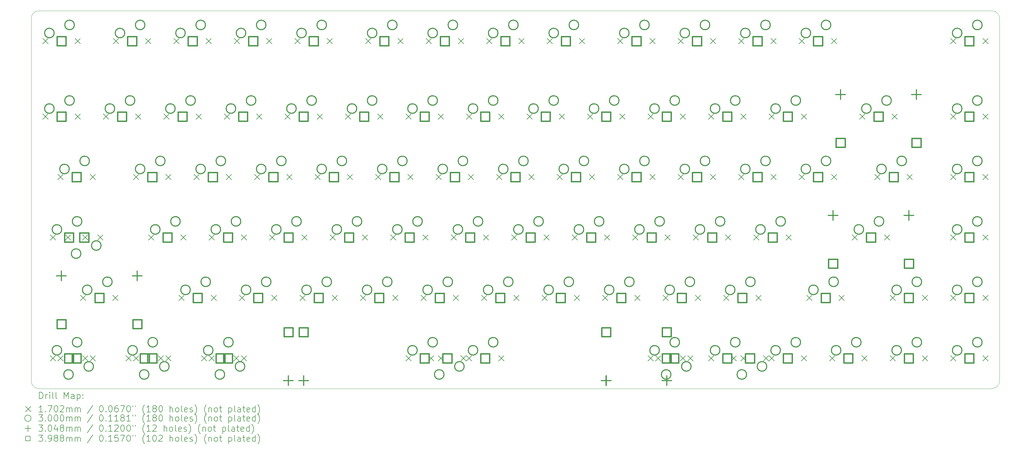
<source format=gbr>
%TF.GenerationSoftware,KiCad,Pcbnew,7.0.7*%
%TF.CreationDate,2023-10-07T20:29:30+07:00*%
%TF.ProjectId,physalis,70687973-616c-4697-932e-6b696361645f,rev?*%
%TF.SameCoordinates,Original*%
%TF.FileFunction,Drillmap*%
%TF.FilePolarity,Positive*%
%FSLAX45Y45*%
G04 Gerber Fmt 4.5, Leading zero omitted, Abs format (unit mm)*
G04 Created by KiCad (PCBNEW 7.0.7) date 2023-10-07 20:29:30*
%MOMM*%
%LPD*%
G01*
G04 APERTURE LIST*
%ADD10C,0.100000*%
%ADD11C,0.200000*%
%ADD12C,0.170180*%
%ADD13C,0.300000*%
%ADD14C,0.304800*%
%ADD15C,0.398780*%
G04 APERTURE END LIST*
D10*
X25955625Y-14287500D02*
X27384375Y-14287500D01*
X32623125Y-14287500D02*
X27384375Y-14287500D01*
X2619375Y-2381250D02*
G75*
G03*
X2381250Y-2619375I0J-238125D01*
G01*
X2381250Y-14049375D02*
G75*
G03*
X2619375Y-14287500I238125J0D01*
G01*
X32861250Y-2619375D02*
X32861250Y-14049375D01*
X25955625Y-14287500D02*
X2619375Y-14287500D01*
X32623125Y-2381250D02*
X2619375Y-2381250D01*
X2381250Y-14049375D02*
X2381250Y-2619375D01*
X32623125Y-14287500D02*
G75*
G03*
X32861250Y-14049375I-5J238130D01*
G01*
X32861250Y-2619375D02*
G75*
G03*
X32623125Y-2381250I-238130J-5D01*
G01*
D11*
D12*
X2740660Y-3248660D02*
X2910840Y-3418840D01*
X2910840Y-3248660D02*
X2740660Y-3418840D01*
X2740660Y-5629910D02*
X2910840Y-5800090D01*
X2910840Y-5629910D02*
X2740660Y-5800090D01*
X2978785Y-9439910D02*
X3148965Y-9610090D01*
X3148965Y-9439910D02*
X2978785Y-9610090D01*
X2978785Y-13249910D02*
X3148965Y-13420090D01*
X3148965Y-13249910D02*
X2978785Y-13420090D01*
X3216910Y-7534910D02*
X3387090Y-7705090D01*
X3387090Y-7534910D02*
X3216910Y-7705090D01*
X3216910Y-13249910D02*
X3387090Y-13420090D01*
X3387090Y-13249910D02*
X3216910Y-13420090D01*
X3455035Y-9439910D02*
X3625215Y-9610090D01*
X3625215Y-9439910D02*
X3455035Y-9610090D01*
X3756660Y-3248660D02*
X3926840Y-3418840D01*
X3926840Y-3248660D02*
X3756660Y-3418840D01*
X3756660Y-5629910D02*
X3926840Y-5800090D01*
X3926840Y-5629910D02*
X3756660Y-5800090D01*
X3931285Y-11344910D02*
X4101465Y-11515090D01*
X4101465Y-11344910D02*
X3931285Y-11515090D01*
X3994785Y-9439910D02*
X4164965Y-9610090D01*
X4164965Y-9439910D02*
X3994785Y-9610090D01*
X3994785Y-13249910D02*
X4164965Y-13420090D01*
X4164965Y-13249910D02*
X3994785Y-13420090D01*
X4232910Y-7534910D02*
X4403090Y-7705090D01*
X4403090Y-7534910D02*
X4232910Y-7705090D01*
X4232910Y-13249910D02*
X4403090Y-13420090D01*
X4403090Y-13249910D02*
X4232910Y-13420090D01*
X4471035Y-9439910D02*
X4641215Y-9610090D01*
X4641215Y-9439910D02*
X4471035Y-9610090D01*
X4645660Y-5629910D02*
X4815840Y-5800090D01*
X4815840Y-5629910D02*
X4645660Y-5800090D01*
X4947285Y-11344910D02*
X5117465Y-11515090D01*
X5117465Y-11344910D02*
X4947285Y-11515090D01*
X4963160Y-3248660D02*
X5133340Y-3418840D01*
X5133340Y-3248660D02*
X4963160Y-3418840D01*
X5360035Y-13249910D02*
X5530215Y-13420090D01*
X5530215Y-13249910D02*
X5360035Y-13420090D01*
X5598160Y-7534910D02*
X5768340Y-7705090D01*
X5768340Y-7534910D02*
X5598160Y-7705090D01*
X5598160Y-13249910D02*
X5768340Y-13420090D01*
X5768340Y-13249910D02*
X5598160Y-13420090D01*
X5661660Y-5629910D02*
X5831840Y-5800090D01*
X5831840Y-5629910D02*
X5661660Y-5800090D01*
X5979160Y-3248660D02*
X6149340Y-3418840D01*
X6149340Y-3248660D02*
X5979160Y-3418840D01*
X6074410Y-9439910D02*
X6244590Y-9610090D01*
X6244590Y-9439910D02*
X6074410Y-9610090D01*
X6376035Y-13249910D02*
X6546215Y-13420090D01*
X6546215Y-13249910D02*
X6376035Y-13420090D01*
X6550660Y-5629910D02*
X6720840Y-5800090D01*
X6720840Y-5629910D02*
X6550660Y-5800090D01*
X6614160Y-7534910D02*
X6784340Y-7705090D01*
X6784340Y-7534910D02*
X6614160Y-7705090D01*
X6614160Y-13249910D02*
X6784340Y-13420090D01*
X6784340Y-13249910D02*
X6614160Y-13420090D01*
X6868160Y-3248660D02*
X7038340Y-3418840D01*
X7038340Y-3248660D02*
X6868160Y-3418840D01*
X7026910Y-11344910D02*
X7197090Y-11515090D01*
X7197090Y-11344910D02*
X7026910Y-11515090D01*
X7090410Y-9439910D02*
X7260590Y-9610090D01*
X7260590Y-9439910D02*
X7090410Y-9610090D01*
X7503160Y-7534910D02*
X7673340Y-7705090D01*
X7673340Y-7534910D02*
X7503160Y-7705090D01*
X7566660Y-5629910D02*
X7736840Y-5800090D01*
X7736840Y-5629910D02*
X7566660Y-5800090D01*
X7741285Y-13249910D02*
X7911465Y-13420090D01*
X7911465Y-13249910D02*
X7741285Y-13420090D01*
X7884160Y-3248660D02*
X8054340Y-3418840D01*
X8054340Y-3248660D02*
X7884160Y-3418840D01*
X7979410Y-9439910D02*
X8149590Y-9610090D01*
X8149590Y-9439910D02*
X7979410Y-9610090D01*
X7979410Y-13249910D02*
X8149590Y-13420090D01*
X8149590Y-13249910D02*
X7979410Y-13420090D01*
X8042910Y-11344910D02*
X8213090Y-11515090D01*
X8213090Y-11344910D02*
X8042910Y-11515090D01*
X8455660Y-5629910D02*
X8625840Y-5800090D01*
X8625840Y-5629910D02*
X8455660Y-5800090D01*
X8519160Y-7534910D02*
X8689340Y-7705090D01*
X8689340Y-7534910D02*
X8519160Y-7705090D01*
X8757285Y-13249910D02*
X8927465Y-13420090D01*
X8927465Y-13249910D02*
X8757285Y-13420090D01*
X8773160Y-3248660D02*
X8943340Y-3418840D01*
X8943340Y-3248660D02*
X8773160Y-3418840D01*
X8931910Y-11344910D02*
X9102090Y-11515090D01*
X9102090Y-11344910D02*
X8931910Y-11515090D01*
X8995410Y-9439910D02*
X9165590Y-9610090D01*
X9165590Y-9439910D02*
X8995410Y-9610090D01*
X8995410Y-13249910D02*
X9165590Y-13420090D01*
X9165590Y-13249910D02*
X8995410Y-13420090D01*
X9408160Y-7534910D02*
X9578340Y-7705090D01*
X9578340Y-7534910D02*
X9408160Y-7705090D01*
X9471660Y-5629910D02*
X9641840Y-5800090D01*
X9641840Y-5629910D02*
X9471660Y-5800090D01*
X9789160Y-3248660D02*
X9959340Y-3418840D01*
X9959340Y-3248660D02*
X9789160Y-3418840D01*
X9884410Y-9439910D02*
X10054590Y-9610090D01*
X10054590Y-9439910D02*
X9884410Y-9610090D01*
X9947910Y-11344910D02*
X10118090Y-11515090D01*
X10118090Y-11344910D02*
X9947910Y-11515090D01*
X10360660Y-5629910D02*
X10530840Y-5800090D01*
X10530840Y-5629910D02*
X10360660Y-5800090D01*
X10424160Y-7534910D02*
X10594340Y-7705090D01*
X10594340Y-7534910D02*
X10424160Y-7705090D01*
X10678160Y-3248660D02*
X10848340Y-3418840D01*
X10848340Y-3248660D02*
X10678160Y-3418840D01*
X10836910Y-11344910D02*
X11007090Y-11515090D01*
X11007090Y-11344910D02*
X10836910Y-11515090D01*
X10900410Y-9439910D02*
X11070590Y-9610090D01*
X11070590Y-9439910D02*
X10900410Y-9610090D01*
X11313160Y-7534910D02*
X11483340Y-7705090D01*
X11483340Y-7534910D02*
X11313160Y-7705090D01*
X11376660Y-5629910D02*
X11546840Y-5800090D01*
X11546840Y-5629910D02*
X11376660Y-5800090D01*
X11694160Y-3248660D02*
X11864340Y-3418840D01*
X11864340Y-3248660D02*
X11694160Y-3418840D01*
X11789410Y-9439910D02*
X11959590Y-9610090D01*
X11959590Y-9439910D02*
X11789410Y-9610090D01*
X11852910Y-11344910D02*
X12023090Y-11515090D01*
X12023090Y-11344910D02*
X11852910Y-11515090D01*
X12265660Y-5629910D02*
X12435840Y-5800090D01*
X12435840Y-5629910D02*
X12265660Y-5800090D01*
X12329160Y-7534910D02*
X12499340Y-7705090D01*
X12499340Y-7534910D02*
X12329160Y-7705090D01*
X12741910Y-11344910D02*
X12912090Y-11515090D01*
X12912090Y-11344910D02*
X12741910Y-11515090D01*
X12805410Y-9439910D02*
X12975590Y-9610090D01*
X12975590Y-9439910D02*
X12805410Y-9610090D01*
X12900660Y-3248660D02*
X13070840Y-3418840D01*
X13070840Y-3248660D02*
X12900660Y-3418840D01*
X13218160Y-7534910D02*
X13388340Y-7705090D01*
X13388340Y-7534910D02*
X13218160Y-7705090D01*
X13281660Y-5629910D02*
X13451840Y-5800090D01*
X13451840Y-5629910D02*
X13281660Y-5800090D01*
X13694410Y-9439910D02*
X13864590Y-9610090D01*
X13864590Y-9439910D02*
X13694410Y-9610090D01*
X13757910Y-11344910D02*
X13928090Y-11515090D01*
X13928090Y-11344910D02*
X13757910Y-11515090D01*
X13916660Y-3248660D02*
X14086840Y-3418840D01*
X14086840Y-3248660D02*
X13916660Y-3418840D01*
X14170660Y-5629910D02*
X14340840Y-5800090D01*
X14340840Y-5629910D02*
X14170660Y-5800090D01*
X14170660Y-13249910D02*
X14340840Y-13420090D01*
X14340840Y-13249910D02*
X14170660Y-13420090D01*
X14234160Y-7534910D02*
X14404340Y-7705090D01*
X14404340Y-7534910D02*
X14234160Y-7705090D01*
X14646910Y-11344910D02*
X14817090Y-11515090D01*
X14817090Y-11344910D02*
X14646910Y-11515090D01*
X14710410Y-9439910D02*
X14880590Y-9610090D01*
X14880590Y-9439910D02*
X14710410Y-9610090D01*
X14805660Y-3248660D02*
X14975840Y-3418840D01*
X14975840Y-3248660D02*
X14805660Y-3418840D01*
X14885035Y-13249910D02*
X15055215Y-13420090D01*
X15055215Y-13249910D02*
X14885035Y-13420090D01*
X15123160Y-7534910D02*
X15293340Y-7705090D01*
X15293340Y-7534910D02*
X15123160Y-7705090D01*
X15186660Y-5629910D02*
X15356840Y-5800090D01*
X15356840Y-5629910D02*
X15186660Y-5800090D01*
X15186660Y-13249910D02*
X15356840Y-13420090D01*
X15356840Y-13249910D02*
X15186660Y-13420090D01*
X15599410Y-9439910D02*
X15769590Y-9610090D01*
X15769590Y-9439910D02*
X15599410Y-9610090D01*
X15662910Y-11344910D02*
X15833090Y-11515090D01*
X15833090Y-11344910D02*
X15662910Y-11515090D01*
X15821660Y-3248660D02*
X15991840Y-3418840D01*
X15991840Y-3248660D02*
X15821660Y-3418840D01*
X15901035Y-13249910D02*
X16071215Y-13420090D01*
X16071215Y-13249910D02*
X15901035Y-13420090D01*
X16075660Y-5629910D02*
X16245840Y-5800090D01*
X16245840Y-5629910D02*
X16075660Y-5800090D01*
X16075660Y-13249910D02*
X16245840Y-13420090D01*
X16245840Y-13249910D02*
X16075660Y-13420090D01*
X16139160Y-7534910D02*
X16309340Y-7705090D01*
X16309340Y-7534910D02*
X16139160Y-7705090D01*
X16551910Y-11344910D02*
X16722090Y-11515090D01*
X16722090Y-11344910D02*
X16551910Y-11515090D01*
X16615410Y-9439910D02*
X16785590Y-9610090D01*
X16785590Y-9439910D02*
X16615410Y-9610090D01*
X16710660Y-3248660D02*
X16880840Y-3418840D01*
X16880840Y-3248660D02*
X16710660Y-3418840D01*
X17028160Y-7534910D02*
X17198340Y-7705090D01*
X17198340Y-7534910D02*
X17028160Y-7705090D01*
X17091660Y-5629910D02*
X17261840Y-5800090D01*
X17261840Y-5629910D02*
X17091660Y-5800090D01*
X17091660Y-13249910D02*
X17261840Y-13420090D01*
X17261840Y-13249910D02*
X17091660Y-13420090D01*
X17504410Y-9439910D02*
X17674590Y-9610090D01*
X17674590Y-9439910D02*
X17504410Y-9610090D01*
X17567910Y-11344910D02*
X17738090Y-11515090D01*
X17738090Y-11344910D02*
X17567910Y-11515090D01*
X17726660Y-3248660D02*
X17896840Y-3418840D01*
X17896840Y-3248660D02*
X17726660Y-3418840D01*
X17980660Y-5629910D02*
X18150840Y-5800090D01*
X18150840Y-5629910D02*
X17980660Y-5800090D01*
X18044160Y-7534910D02*
X18214340Y-7705090D01*
X18214340Y-7534910D02*
X18044160Y-7705090D01*
X18456910Y-11344910D02*
X18627090Y-11515090D01*
X18627090Y-11344910D02*
X18456910Y-11515090D01*
X18520410Y-9439910D02*
X18690590Y-9610090D01*
X18690590Y-9439910D02*
X18520410Y-9610090D01*
X18615660Y-3248660D02*
X18785840Y-3418840D01*
X18785840Y-3248660D02*
X18615660Y-3418840D01*
X18933160Y-7534910D02*
X19103340Y-7705090D01*
X19103340Y-7534910D02*
X18933160Y-7705090D01*
X18996660Y-5629910D02*
X19166840Y-5800090D01*
X19166840Y-5629910D02*
X18996660Y-5800090D01*
X19409410Y-9439910D02*
X19579590Y-9610090D01*
X19579590Y-9439910D02*
X19409410Y-9610090D01*
X19472910Y-11344910D02*
X19643090Y-11515090D01*
X19643090Y-11344910D02*
X19472910Y-11515090D01*
X19631660Y-3248660D02*
X19801840Y-3418840D01*
X19801840Y-3248660D02*
X19631660Y-3418840D01*
X19885660Y-5629910D02*
X20055840Y-5800090D01*
X20055840Y-5629910D02*
X19885660Y-5800090D01*
X19949160Y-7534910D02*
X20119340Y-7705090D01*
X20119340Y-7534910D02*
X19949160Y-7705090D01*
X20361910Y-11344910D02*
X20532090Y-11515090D01*
X20532090Y-11344910D02*
X20361910Y-11515090D01*
X20425410Y-9439910D02*
X20595590Y-9610090D01*
X20595590Y-9439910D02*
X20425410Y-9610090D01*
X20838160Y-3248660D02*
X21008340Y-3418840D01*
X21008340Y-3248660D02*
X20838160Y-3418840D01*
X20838160Y-7534910D02*
X21008340Y-7705090D01*
X21008340Y-7534910D02*
X20838160Y-7705090D01*
X20901660Y-5629910D02*
X21071840Y-5800090D01*
X21071840Y-5629910D02*
X20901660Y-5800090D01*
X21314410Y-9439910D02*
X21484590Y-9610090D01*
X21484590Y-9439910D02*
X21314410Y-9610090D01*
X21377910Y-11344910D02*
X21548090Y-11515090D01*
X21548090Y-11344910D02*
X21377910Y-11515090D01*
X21790660Y-5629910D02*
X21960840Y-5800090D01*
X21960840Y-5629910D02*
X21790660Y-5800090D01*
X21790660Y-13249910D02*
X21960840Y-13420090D01*
X21960840Y-13249910D02*
X21790660Y-13420090D01*
X21854160Y-3248660D02*
X22024340Y-3418840D01*
X22024340Y-3248660D02*
X21854160Y-3418840D01*
X21854160Y-7534910D02*
X22024340Y-7705090D01*
X22024340Y-7534910D02*
X21854160Y-7705090D01*
X22028785Y-13249910D02*
X22198965Y-13420090D01*
X22198965Y-13249910D02*
X22028785Y-13420090D01*
X22266910Y-11344910D02*
X22437090Y-11515090D01*
X22437090Y-11344910D02*
X22266910Y-11515090D01*
X22330410Y-9439910D02*
X22500590Y-9610090D01*
X22500590Y-9439910D02*
X22330410Y-9610090D01*
X22743160Y-3248660D02*
X22913340Y-3418840D01*
X22913340Y-3248660D02*
X22743160Y-3418840D01*
X22743160Y-7534910D02*
X22913340Y-7705090D01*
X22913340Y-7534910D02*
X22743160Y-7705090D01*
X22806660Y-5629910D02*
X22976840Y-5800090D01*
X22976840Y-5629910D02*
X22806660Y-5800090D01*
X22806660Y-13249910D02*
X22976840Y-13420090D01*
X22976840Y-13249910D02*
X22806660Y-13420090D01*
X23044785Y-13249910D02*
X23214965Y-13420090D01*
X23214965Y-13249910D02*
X23044785Y-13420090D01*
X23219410Y-9439910D02*
X23389590Y-9610090D01*
X23389590Y-9439910D02*
X23219410Y-9610090D01*
X23282910Y-11344910D02*
X23453090Y-11515090D01*
X23453090Y-11344910D02*
X23282910Y-11515090D01*
X23695660Y-5629910D02*
X23865840Y-5800090D01*
X23865840Y-5629910D02*
X23695660Y-5800090D01*
X23695660Y-13249910D02*
X23865840Y-13420090D01*
X23865840Y-13249910D02*
X23695660Y-13420090D01*
X23759160Y-3248660D02*
X23929340Y-3418840D01*
X23929340Y-3248660D02*
X23759160Y-3418840D01*
X23759160Y-7534910D02*
X23929340Y-7705090D01*
X23929340Y-7534910D02*
X23759160Y-7705090D01*
X24171910Y-11344910D02*
X24342090Y-11515090D01*
X24342090Y-11344910D02*
X24171910Y-11515090D01*
X24235410Y-9439910D02*
X24405590Y-9610090D01*
X24405590Y-9439910D02*
X24235410Y-9610090D01*
X24410035Y-13249910D02*
X24580215Y-13420090D01*
X24580215Y-13249910D02*
X24410035Y-13420090D01*
X24648160Y-3248660D02*
X24818340Y-3418840D01*
X24818340Y-3248660D02*
X24648160Y-3418840D01*
X24648160Y-7534910D02*
X24818340Y-7705090D01*
X24818340Y-7534910D02*
X24648160Y-7705090D01*
X24711660Y-5629910D02*
X24881840Y-5800090D01*
X24881840Y-5629910D02*
X24711660Y-5800090D01*
X24711660Y-13249910D02*
X24881840Y-13420090D01*
X24881840Y-13249910D02*
X24711660Y-13420090D01*
X25124410Y-9439910D02*
X25294590Y-9610090D01*
X25294590Y-9439910D02*
X25124410Y-9610090D01*
X25187910Y-11344910D02*
X25358090Y-11515090D01*
X25358090Y-11344910D02*
X25187910Y-11515090D01*
X25426035Y-13249910D02*
X25596215Y-13420090D01*
X25596215Y-13249910D02*
X25426035Y-13420090D01*
X25600660Y-5629910D02*
X25770840Y-5800090D01*
X25770840Y-5629910D02*
X25600660Y-5800090D01*
X25600660Y-13249910D02*
X25770840Y-13420090D01*
X25770840Y-13249910D02*
X25600660Y-13420090D01*
X25664160Y-3248660D02*
X25834340Y-3418840D01*
X25834340Y-3248660D02*
X25664160Y-3418840D01*
X25664160Y-7534910D02*
X25834340Y-7705090D01*
X25834340Y-7534910D02*
X25664160Y-7705090D01*
X26140410Y-9439910D02*
X26310590Y-9610090D01*
X26310590Y-9439910D02*
X26140410Y-9610090D01*
X26553160Y-3248660D02*
X26723340Y-3418840D01*
X26723340Y-3248660D02*
X26553160Y-3418840D01*
X26553160Y-7534910D02*
X26723340Y-7705090D01*
X26723340Y-7534910D02*
X26553160Y-7705090D01*
X26616660Y-5629910D02*
X26786840Y-5800090D01*
X26786840Y-5629910D02*
X26616660Y-5800090D01*
X26616660Y-13249910D02*
X26786840Y-13420090D01*
X26786840Y-13249910D02*
X26616660Y-13420090D01*
X26791285Y-11344910D02*
X26961465Y-11515090D01*
X26961465Y-11344910D02*
X26791285Y-11515090D01*
X27505660Y-13249910D02*
X27675840Y-13420090D01*
X27675840Y-13249910D02*
X27505660Y-13420090D01*
X27569160Y-3248660D02*
X27739340Y-3418840D01*
X27739340Y-3248660D02*
X27569160Y-3418840D01*
X27569160Y-7534910D02*
X27739340Y-7705090D01*
X27739340Y-7534910D02*
X27569160Y-7705090D01*
X27807285Y-11344910D02*
X27977465Y-11515090D01*
X27977465Y-11344910D02*
X27807285Y-11515090D01*
X28220035Y-9439910D02*
X28390215Y-9610090D01*
X28390215Y-9439910D02*
X28220035Y-9610090D01*
X28458160Y-5629910D02*
X28628340Y-5800090D01*
X28628340Y-5629910D02*
X28458160Y-5800090D01*
X28521660Y-13249910D02*
X28691840Y-13420090D01*
X28691840Y-13249910D02*
X28521660Y-13420090D01*
X28934410Y-7534910D02*
X29104590Y-7705090D01*
X29104590Y-7534910D02*
X28934410Y-7705090D01*
X29236035Y-9439910D02*
X29406215Y-9610090D01*
X29406215Y-9439910D02*
X29236035Y-9610090D01*
X29410660Y-11344910D02*
X29580840Y-11515090D01*
X29580840Y-11344910D02*
X29410660Y-11515090D01*
X29410660Y-13249910D02*
X29580840Y-13420090D01*
X29580840Y-13249910D02*
X29410660Y-13420090D01*
X29474160Y-5629910D02*
X29644340Y-5800090D01*
X29644340Y-5629910D02*
X29474160Y-5800090D01*
X29950410Y-7534910D02*
X30120590Y-7705090D01*
X30120590Y-7534910D02*
X29950410Y-7705090D01*
X30426660Y-11344910D02*
X30596840Y-11515090D01*
X30596840Y-11344910D02*
X30426660Y-11515090D01*
X30426660Y-13249910D02*
X30596840Y-13420090D01*
X30596840Y-13249910D02*
X30426660Y-13420090D01*
X31315660Y-3248660D02*
X31485840Y-3418840D01*
X31485840Y-3248660D02*
X31315660Y-3418840D01*
X31315660Y-5629910D02*
X31485840Y-5800090D01*
X31485840Y-5629910D02*
X31315660Y-5800090D01*
X31315660Y-7534910D02*
X31485840Y-7705090D01*
X31485840Y-7534910D02*
X31315660Y-7705090D01*
X31315660Y-9439910D02*
X31485840Y-9610090D01*
X31485840Y-9439910D02*
X31315660Y-9610090D01*
X31315660Y-11344910D02*
X31485840Y-11515090D01*
X31485840Y-11344910D02*
X31315660Y-11515090D01*
X31315660Y-13249910D02*
X31485840Y-13420090D01*
X31485840Y-13249910D02*
X31315660Y-13420090D01*
X32331660Y-3248660D02*
X32501840Y-3418840D01*
X32501840Y-3248660D02*
X32331660Y-3418840D01*
X32331660Y-5629910D02*
X32501840Y-5800090D01*
X32501840Y-5629910D02*
X32331660Y-5800090D01*
X32331660Y-7534910D02*
X32501840Y-7705090D01*
X32501840Y-7534910D02*
X32331660Y-7705090D01*
X32331660Y-9439910D02*
X32501840Y-9610090D01*
X32501840Y-9439910D02*
X32331660Y-9610090D01*
X32331660Y-11344910D02*
X32501840Y-11515090D01*
X32501840Y-11344910D02*
X32331660Y-11515090D01*
X32331660Y-13249910D02*
X32501840Y-13420090D01*
X32501840Y-13249910D02*
X32331660Y-13420090D01*
D13*
X3102750Y-3079750D02*
G75*
G03*
X3102750Y-3079750I-150000J0D01*
G01*
X3102750Y-5461000D02*
G75*
G03*
X3102750Y-5461000I-150000J0D01*
G01*
X3340875Y-9271000D02*
G75*
G03*
X3340875Y-9271000I-150000J0D01*
G01*
X3340875Y-13081000D02*
G75*
G03*
X3340875Y-13081000I-150000J0D01*
G01*
X3579000Y-7366000D02*
G75*
G03*
X3579000Y-7366000I-150000J0D01*
G01*
X3706000Y-13843000D02*
G75*
G03*
X3706000Y-13843000I-150000J0D01*
G01*
X3737750Y-2825750D02*
G75*
G03*
X3737750Y-2825750I-150000J0D01*
G01*
X3737750Y-5207000D02*
G75*
G03*
X3737750Y-5207000I-150000J0D01*
G01*
X3944125Y-10033000D02*
G75*
G03*
X3944125Y-10033000I-150000J0D01*
G01*
X3975875Y-9017000D02*
G75*
G03*
X3975875Y-9017000I-150000J0D01*
G01*
X3975875Y-12827000D02*
G75*
G03*
X3975875Y-12827000I-150000J0D01*
G01*
X4214000Y-7112000D02*
G75*
G03*
X4214000Y-7112000I-150000J0D01*
G01*
X4293375Y-11176000D02*
G75*
G03*
X4293375Y-11176000I-150000J0D01*
G01*
X4341000Y-13589000D02*
G75*
G03*
X4341000Y-13589000I-150000J0D01*
G01*
X4579125Y-9779000D02*
G75*
G03*
X4579125Y-9779000I-150000J0D01*
G01*
X4928375Y-10922000D02*
G75*
G03*
X4928375Y-10922000I-150000J0D01*
G01*
X5007750Y-5461000D02*
G75*
G03*
X5007750Y-5461000I-150000J0D01*
G01*
X5325250Y-3079750D02*
G75*
G03*
X5325250Y-3079750I-150000J0D01*
G01*
X5642750Y-5207000D02*
G75*
G03*
X5642750Y-5207000I-150000J0D01*
G01*
X5722125Y-13081000D02*
G75*
G03*
X5722125Y-13081000I-150000J0D01*
G01*
X5960250Y-2825750D02*
G75*
G03*
X5960250Y-2825750I-150000J0D01*
G01*
X5960250Y-7366000D02*
G75*
G03*
X5960250Y-7366000I-150000J0D01*
G01*
X6087250Y-13843000D02*
G75*
G03*
X6087250Y-13843000I-150000J0D01*
G01*
X6357125Y-12827000D02*
G75*
G03*
X6357125Y-12827000I-150000J0D01*
G01*
X6436500Y-9271000D02*
G75*
G03*
X6436500Y-9271000I-150000J0D01*
G01*
X6595250Y-7112000D02*
G75*
G03*
X6595250Y-7112000I-150000J0D01*
G01*
X6722250Y-13589000D02*
G75*
G03*
X6722250Y-13589000I-150000J0D01*
G01*
X6912750Y-5461000D02*
G75*
G03*
X6912750Y-5461000I-150000J0D01*
G01*
X7071500Y-9017000D02*
G75*
G03*
X7071500Y-9017000I-150000J0D01*
G01*
X7230250Y-3079750D02*
G75*
G03*
X7230250Y-3079750I-150000J0D01*
G01*
X7389000Y-11176000D02*
G75*
G03*
X7389000Y-11176000I-150000J0D01*
G01*
X7547750Y-5207000D02*
G75*
G03*
X7547750Y-5207000I-150000J0D01*
G01*
X7865250Y-2825750D02*
G75*
G03*
X7865250Y-2825750I-150000J0D01*
G01*
X7865250Y-7366000D02*
G75*
G03*
X7865250Y-7366000I-150000J0D01*
G01*
X8024000Y-10922000D02*
G75*
G03*
X8024000Y-10922000I-150000J0D01*
G01*
X8103375Y-13081000D02*
G75*
G03*
X8103375Y-13081000I-150000J0D01*
G01*
X8341500Y-9271000D02*
G75*
G03*
X8341500Y-9271000I-150000J0D01*
G01*
X8468500Y-13843000D02*
G75*
G03*
X8468500Y-13843000I-150000J0D01*
G01*
X8500250Y-7112000D02*
G75*
G03*
X8500250Y-7112000I-150000J0D01*
G01*
X8738375Y-12827000D02*
G75*
G03*
X8738375Y-12827000I-150000J0D01*
G01*
X8817750Y-5461000D02*
G75*
G03*
X8817750Y-5461000I-150000J0D01*
G01*
X8976500Y-9017000D02*
G75*
G03*
X8976500Y-9017000I-150000J0D01*
G01*
X9103500Y-13589000D02*
G75*
G03*
X9103500Y-13589000I-150000J0D01*
G01*
X9135250Y-3079750D02*
G75*
G03*
X9135250Y-3079750I-150000J0D01*
G01*
X9294000Y-11176000D02*
G75*
G03*
X9294000Y-11176000I-150000J0D01*
G01*
X9452750Y-5207000D02*
G75*
G03*
X9452750Y-5207000I-150000J0D01*
G01*
X9770250Y-2825750D02*
G75*
G03*
X9770250Y-2825750I-150000J0D01*
G01*
X9770250Y-7366000D02*
G75*
G03*
X9770250Y-7366000I-150000J0D01*
G01*
X9929000Y-10922000D02*
G75*
G03*
X9929000Y-10922000I-150000J0D01*
G01*
X10246500Y-9271000D02*
G75*
G03*
X10246500Y-9271000I-150000J0D01*
G01*
X10405250Y-7112000D02*
G75*
G03*
X10405250Y-7112000I-150000J0D01*
G01*
X10722750Y-5461000D02*
G75*
G03*
X10722750Y-5461000I-150000J0D01*
G01*
X10881500Y-9017000D02*
G75*
G03*
X10881500Y-9017000I-150000J0D01*
G01*
X11040250Y-3079750D02*
G75*
G03*
X11040250Y-3079750I-150000J0D01*
G01*
X11199000Y-11176000D02*
G75*
G03*
X11199000Y-11176000I-150000J0D01*
G01*
X11357750Y-5207000D02*
G75*
G03*
X11357750Y-5207000I-150000J0D01*
G01*
X11675250Y-2825750D02*
G75*
G03*
X11675250Y-2825750I-150000J0D01*
G01*
X11675250Y-7366000D02*
G75*
G03*
X11675250Y-7366000I-150000J0D01*
G01*
X11834000Y-10922000D02*
G75*
G03*
X11834000Y-10922000I-150000J0D01*
G01*
X12151500Y-9271000D02*
G75*
G03*
X12151500Y-9271000I-150000J0D01*
G01*
X12310250Y-7112000D02*
G75*
G03*
X12310250Y-7112000I-150000J0D01*
G01*
X12627750Y-5461000D02*
G75*
G03*
X12627750Y-5461000I-150000J0D01*
G01*
X12786500Y-9017000D02*
G75*
G03*
X12786500Y-9017000I-150000J0D01*
G01*
X13104000Y-11176000D02*
G75*
G03*
X13104000Y-11176000I-150000J0D01*
G01*
X13262750Y-3079750D02*
G75*
G03*
X13262750Y-3079750I-150000J0D01*
G01*
X13262750Y-5207000D02*
G75*
G03*
X13262750Y-5207000I-150000J0D01*
G01*
X13580250Y-7366000D02*
G75*
G03*
X13580250Y-7366000I-150000J0D01*
G01*
X13739000Y-10922000D02*
G75*
G03*
X13739000Y-10922000I-150000J0D01*
G01*
X13897750Y-2825750D02*
G75*
G03*
X13897750Y-2825750I-150000J0D01*
G01*
X14056500Y-9271000D02*
G75*
G03*
X14056500Y-9271000I-150000J0D01*
G01*
X14215250Y-7112000D02*
G75*
G03*
X14215250Y-7112000I-150000J0D01*
G01*
X14532750Y-5461000D02*
G75*
G03*
X14532750Y-5461000I-150000J0D01*
G01*
X14532750Y-13081000D02*
G75*
G03*
X14532750Y-13081000I-150000J0D01*
G01*
X14691500Y-9017000D02*
G75*
G03*
X14691500Y-9017000I-150000J0D01*
G01*
X15009000Y-11176000D02*
G75*
G03*
X15009000Y-11176000I-150000J0D01*
G01*
X15167750Y-3079750D02*
G75*
G03*
X15167750Y-3079750I-150000J0D01*
G01*
X15167750Y-5207000D02*
G75*
G03*
X15167750Y-5207000I-150000J0D01*
G01*
X15167750Y-12827000D02*
G75*
G03*
X15167750Y-12827000I-150000J0D01*
G01*
X15374125Y-13843000D02*
G75*
G03*
X15374125Y-13843000I-150000J0D01*
G01*
X15485250Y-7366000D02*
G75*
G03*
X15485250Y-7366000I-150000J0D01*
G01*
X15644000Y-10922000D02*
G75*
G03*
X15644000Y-10922000I-150000J0D01*
G01*
X15802750Y-2825750D02*
G75*
G03*
X15802750Y-2825750I-150000J0D01*
G01*
X15961500Y-9271000D02*
G75*
G03*
X15961500Y-9271000I-150000J0D01*
G01*
X16009125Y-13589000D02*
G75*
G03*
X16009125Y-13589000I-150000J0D01*
G01*
X16120250Y-7112000D02*
G75*
G03*
X16120250Y-7112000I-150000J0D01*
G01*
X16437750Y-5461000D02*
G75*
G03*
X16437750Y-5461000I-150000J0D01*
G01*
X16437750Y-13081000D02*
G75*
G03*
X16437750Y-13081000I-150000J0D01*
G01*
X16596500Y-9017000D02*
G75*
G03*
X16596500Y-9017000I-150000J0D01*
G01*
X16914000Y-11176000D02*
G75*
G03*
X16914000Y-11176000I-150000J0D01*
G01*
X17072750Y-3079750D02*
G75*
G03*
X17072750Y-3079750I-150000J0D01*
G01*
X17072750Y-5207000D02*
G75*
G03*
X17072750Y-5207000I-150000J0D01*
G01*
X17072750Y-12827000D02*
G75*
G03*
X17072750Y-12827000I-150000J0D01*
G01*
X17390250Y-7366000D02*
G75*
G03*
X17390250Y-7366000I-150000J0D01*
G01*
X17549000Y-10922000D02*
G75*
G03*
X17549000Y-10922000I-150000J0D01*
G01*
X17707750Y-2825750D02*
G75*
G03*
X17707750Y-2825750I-150000J0D01*
G01*
X17866500Y-9271000D02*
G75*
G03*
X17866500Y-9271000I-150000J0D01*
G01*
X18025250Y-7112000D02*
G75*
G03*
X18025250Y-7112000I-150000J0D01*
G01*
X18342750Y-5461000D02*
G75*
G03*
X18342750Y-5461000I-150000J0D01*
G01*
X18501500Y-9017000D02*
G75*
G03*
X18501500Y-9017000I-150000J0D01*
G01*
X18819000Y-11176000D02*
G75*
G03*
X18819000Y-11176000I-150000J0D01*
G01*
X18977750Y-3079750D02*
G75*
G03*
X18977750Y-3079750I-150000J0D01*
G01*
X18977750Y-5207000D02*
G75*
G03*
X18977750Y-5207000I-150000J0D01*
G01*
X19295250Y-7366000D02*
G75*
G03*
X19295250Y-7366000I-150000J0D01*
G01*
X19454000Y-10922000D02*
G75*
G03*
X19454000Y-10922000I-150000J0D01*
G01*
X19612750Y-2825750D02*
G75*
G03*
X19612750Y-2825750I-150000J0D01*
G01*
X19771500Y-9271000D02*
G75*
G03*
X19771500Y-9271000I-150000J0D01*
G01*
X19930250Y-7112000D02*
G75*
G03*
X19930250Y-7112000I-150000J0D01*
G01*
X20247750Y-5461000D02*
G75*
G03*
X20247750Y-5461000I-150000J0D01*
G01*
X20406500Y-9017000D02*
G75*
G03*
X20406500Y-9017000I-150000J0D01*
G01*
X20724000Y-11176000D02*
G75*
G03*
X20724000Y-11176000I-150000J0D01*
G01*
X20882750Y-5207000D02*
G75*
G03*
X20882750Y-5207000I-150000J0D01*
G01*
X21200250Y-3079750D02*
G75*
G03*
X21200250Y-3079750I-150000J0D01*
G01*
X21200250Y-7366000D02*
G75*
G03*
X21200250Y-7366000I-150000J0D01*
G01*
X21359000Y-10922000D02*
G75*
G03*
X21359000Y-10922000I-150000J0D01*
G01*
X21676500Y-9271000D02*
G75*
G03*
X21676500Y-9271000I-150000J0D01*
G01*
X21835250Y-2825750D02*
G75*
G03*
X21835250Y-2825750I-150000J0D01*
G01*
X21835250Y-7112000D02*
G75*
G03*
X21835250Y-7112000I-150000J0D01*
G01*
X22152750Y-5461000D02*
G75*
G03*
X22152750Y-5461000I-150000J0D01*
G01*
X22152750Y-13081000D02*
G75*
G03*
X22152750Y-13081000I-150000J0D01*
G01*
X22311500Y-9017000D02*
G75*
G03*
X22311500Y-9017000I-150000J0D01*
G01*
X22517875Y-13843000D02*
G75*
G03*
X22517875Y-13843000I-150000J0D01*
G01*
X22629000Y-11176000D02*
G75*
G03*
X22629000Y-11176000I-150000J0D01*
G01*
X22787750Y-5207000D02*
G75*
G03*
X22787750Y-5207000I-150000J0D01*
G01*
X22787750Y-12827000D02*
G75*
G03*
X22787750Y-12827000I-150000J0D01*
G01*
X23105250Y-3079750D02*
G75*
G03*
X23105250Y-3079750I-150000J0D01*
G01*
X23105250Y-7366000D02*
G75*
G03*
X23105250Y-7366000I-150000J0D01*
G01*
X23152875Y-13589000D02*
G75*
G03*
X23152875Y-13589000I-150000J0D01*
G01*
X23264000Y-10922000D02*
G75*
G03*
X23264000Y-10922000I-150000J0D01*
G01*
X23581500Y-9271000D02*
G75*
G03*
X23581500Y-9271000I-150000J0D01*
G01*
X23740250Y-2825750D02*
G75*
G03*
X23740250Y-2825750I-150000J0D01*
G01*
X23740250Y-7112000D02*
G75*
G03*
X23740250Y-7112000I-150000J0D01*
G01*
X24057750Y-5461000D02*
G75*
G03*
X24057750Y-5461000I-150000J0D01*
G01*
X24057750Y-13081000D02*
G75*
G03*
X24057750Y-13081000I-150000J0D01*
G01*
X24216500Y-9017000D02*
G75*
G03*
X24216500Y-9017000I-150000J0D01*
G01*
X24534000Y-11176000D02*
G75*
G03*
X24534000Y-11176000I-150000J0D01*
G01*
X24692750Y-5207000D02*
G75*
G03*
X24692750Y-5207000I-150000J0D01*
G01*
X24692750Y-12827000D02*
G75*
G03*
X24692750Y-12827000I-150000J0D01*
G01*
X24899125Y-13843000D02*
G75*
G03*
X24899125Y-13843000I-150000J0D01*
G01*
X25010250Y-3079750D02*
G75*
G03*
X25010250Y-3079750I-150000J0D01*
G01*
X25010250Y-7366000D02*
G75*
G03*
X25010250Y-7366000I-150000J0D01*
G01*
X25169000Y-10922000D02*
G75*
G03*
X25169000Y-10922000I-150000J0D01*
G01*
X25486500Y-9271000D02*
G75*
G03*
X25486500Y-9271000I-150000J0D01*
G01*
X25534125Y-13589000D02*
G75*
G03*
X25534125Y-13589000I-150000J0D01*
G01*
X25645250Y-2825750D02*
G75*
G03*
X25645250Y-2825750I-150000J0D01*
G01*
X25645250Y-7112000D02*
G75*
G03*
X25645250Y-7112000I-150000J0D01*
G01*
X25962750Y-5461000D02*
G75*
G03*
X25962750Y-5461000I-150000J0D01*
G01*
X25962750Y-13081000D02*
G75*
G03*
X25962750Y-13081000I-150000J0D01*
G01*
X26121500Y-9017000D02*
G75*
G03*
X26121500Y-9017000I-150000J0D01*
G01*
X26597750Y-5207000D02*
G75*
G03*
X26597750Y-5207000I-150000J0D01*
G01*
X26597750Y-12827000D02*
G75*
G03*
X26597750Y-12827000I-150000J0D01*
G01*
X26915250Y-3079750D02*
G75*
G03*
X26915250Y-3079750I-150000J0D01*
G01*
X26915250Y-7366000D02*
G75*
G03*
X26915250Y-7366000I-150000J0D01*
G01*
X27153375Y-11176000D02*
G75*
G03*
X27153375Y-11176000I-150000J0D01*
G01*
X27550250Y-2825750D02*
G75*
G03*
X27550250Y-2825750I-150000J0D01*
G01*
X27550250Y-7112000D02*
G75*
G03*
X27550250Y-7112000I-150000J0D01*
G01*
X27788375Y-10922000D02*
G75*
G03*
X27788375Y-10922000I-150000J0D01*
G01*
X27867750Y-13081000D02*
G75*
G03*
X27867750Y-13081000I-150000J0D01*
G01*
X28502750Y-12827000D02*
G75*
G03*
X28502750Y-12827000I-150000J0D01*
G01*
X28582125Y-9271000D02*
G75*
G03*
X28582125Y-9271000I-150000J0D01*
G01*
X28820250Y-5461000D02*
G75*
G03*
X28820250Y-5461000I-150000J0D01*
G01*
X29217125Y-9017000D02*
G75*
G03*
X29217125Y-9017000I-150000J0D01*
G01*
X29296500Y-7366000D02*
G75*
G03*
X29296500Y-7366000I-150000J0D01*
G01*
X29455250Y-5207000D02*
G75*
G03*
X29455250Y-5207000I-150000J0D01*
G01*
X29772750Y-11176000D02*
G75*
G03*
X29772750Y-11176000I-150000J0D01*
G01*
X29772750Y-13081000D02*
G75*
G03*
X29772750Y-13081000I-150000J0D01*
G01*
X29931500Y-7112000D02*
G75*
G03*
X29931500Y-7112000I-150000J0D01*
G01*
X30407750Y-10922000D02*
G75*
G03*
X30407750Y-10922000I-150000J0D01*
G01*
X30407750Y-12827000D02*
G75*
G03*
X30407750Y-12827000I-150000J0D01*
G01*
X31677750Y-3079750D02*
G75*
G03*
X31677750Y-3079750I-150000J0D01*
G01*
X31677750Y-5461000D02*
G75*
G03*
X31677750Y-5461000I-150000J0D01*
G01*
X31677750Y-7366000D02*
G75*
G03*
X31677750Y-7366000I-150000J0D01*
G01*
X31677750Y-9271000D02*
G75*
G03*
X31677750Y-9271000I-150000J0D01*
G01*
X31677750Y-11176000D02*
G75*
G03*
X31677750Y-11176000I-150000J0D01*
G01*
X31677750Y-13081000D02*
G75*
G03*
X31677750Y-13081000I-150000J0D01*
G01*
X32312750Y-2825750D02*
G75*
G03*
X32312750Y-2825750I-150000J0D01*
G01*
X32312750Y-5207000D02*
G75*
G03*
X32312750Y-5207000I-150000J0D01*
G01*
X32312750Y-7112000D02*
G75*
G03*
X32312750Y-7112000I-150000J0D01*
G01*
X32312750Y-9017000D02*
G75*
G03*
X32312750Y-9017000I-150000J0D01*
G01*
X32312750Y-10922000D02*
G75*
G03*
X32312750Y-10922000I-150000J0D01*
G01*
X32312750Y-12827000D02*
G75*
G03*
X32312750Y-12827000I-150000J0D01*
G01*
D14*
X3330575Y-10579100D02*
X3330575Y-10883900D01*
X3178175Y-10731500D02*
X3482975Y-10731500D01*
X5718175Y-10579100D02*
X5718175Y-10883900D01*
X5565775Y-10731500D02*
X5870575Y-10731500D01*
X10478125Y-13881100D02*
X10478125Y-14185900D01*
X10325725Y-14033500D02*
X10630525Y-14033500D01*
X10953750Y-13881100D02*
X10953750Y-14185900D01*
X10801350Y-14033500D02*
X11106150Y-14033500D01*
X10953750Y-13881100D02*
X10953750Y-14185900D01*
X10801350Y-14033500D02*
X11106150Y-14033500D01*
X20478125Y-13881100D02*
X20478125Y-14185900D01*
X20325725Y-14033500D02*
X20630525Y-14033500D01*
X20478750Y-13881100D02*
X20478750Y-14185900D01*
X20326350Y-14033500D02*
X20631150Y-14033500D01*
X22383750Y-13881100D02*
X22383750Y-14185900D01*
X22231350Y-14033500D02*
X22536150Y-14033500D01*
X27619325Y-8674100D02*
X27619325Y-8978900D01*
X27466925Y-8826500D02*
X27771725Y-8826500D01*
X27857450Y-4864100D02*
X27857450Y-5168900D01*
X27705050Y-5016500D02*
X28009850Y-5016500D01*
X30006925Y-8674100D02*
X30006925Y-8978900D01*
X29854525Y-8826500D02*
X30159325Y-8826500D01*
X30245050Y-4864100D02*
X30245050Y-5168900D01*
X30092650Y-5016500D02*
X30397450Y-5016500D01*
D15*
X3471566Y-12396491D02*
X3471566Y-12114509D01*
X3189584Y-12114509D01*
X3189584Y-12396491D01*
X3471566Y-12396491D01*
X3474741Y-3474741D02*
X3474741Y-3192759D01*
X3192759Y-3192759D01*
X3192759Y-3474741D01*
X3474741Y-3474741D01*
X3474741Y-5855991D02*
X3474741Y-5574009D01*
X3192759Y-5574009D01*
X3192759Y-5855991D01*
X3474741Y-5855991D01*
X3712866Y-9665991D02*
X3712866Y-9384009D01*
X3430884Y-9384009D01*
X3430884Y-9665991D01*
X3712866Y-9665991D01*
X3712866Y-13475991D02*
X3712866Y-13194009D01*
X3430884Y-13194009D01*
X3430884Y-13475991D01*
X3712866Y-13475991D01*
X3950991Y-7760991D02*
X3950991Y-7479009D01*
X3669009Y-7479009D01*
X3669009Y-7760991D01*
X3950991Y-7760991D01*
X3950991Y-13475991D02*
X3950991Y-13194009D01*
X3669009Y-13194009D01*
X3669009Y-13475991D01*
X3950991Y-13475991D01*
X4189116Y-9665991D02*
X4189116Y-9384009D01*
X3907134Y-9384009D01*
X3907134Y-9665991D01*
X4189116Y-9665991D01*
X4665366Y-11570991D02*
X4665366Y-11289009D01*
X4383384Y-11289009D01*
X4383384Y-11570991D01*
X4665366Y-11570991D01*
X5379741Y-5855991D02*
X5379741Y-5574009D01*
X5097759Y-5574009D01*
X5097759Y-5855991D01*
X5379741Y-5855991D01*
X5697241Y-3474741D02*
X5697241Y-3192759D01*
X5415259Y-3192759D01*
X5415259Y-3474741D01*
X5697241Y-3474741D01*
X5859166Y-12396491D02*
X5859166Y-12114509D01*
X5577184Y-12114509D01*
X5577184Y-12396491D01*
X5859166Y-12396491D01*
X6094116Y-13475991D02*
X6094116Y-13194009D01*
X5812134Y-13194009D01*
X5812134Y-13475991D01*
X6094116Y-13475991D01*
X6332241Y-7760991D02*
X6332241Y-7479009D01*
X6050259Y-7479009D01*
X6050259Y-7760991D01*
X6332241Y-7760991D01*
X6332241Y-13475991D02*
X6332241Y-13194009D01*
X6050259Y-13194009D01*
X6050259Y-13475991D01*
X6332241Y-13475991D01*
X6808491Y-9665991D02*
X6808491Y-9384009D01*
X6526509Y-9384009D01*
X6526509Y-9665991D01*
X6808491Y-9665991D01*
X7284741Y-5855991D02*
X7284741Y-5574009D01*
X7002759Y-5574009D01*
X7002759Y-5855991D01*
X7284741Y-5855991D01*
X7602241Y-3474741D02*
X7602241Y-3192759D01*
X7320259Y-3192759D01*
X7320259Y-3474741D01*
X7602241Y-3474741D01*
X7760991Y-11570991D02*
X7760991Y-11289009D01*
X7479009Y-11289009D01*
X7479009Y-11570991D01*
X7760991Y-11570991D01*
X8237241Y-7760991D02*
X8237241Y-7479009D01*
X7955259Y-7479009D01*
X7955259Y-7760991D01*
X8237241Y-7760991D01*
X8475366Y-13475991D02*
X8475366Y-13194009D01*
X8193384Y-13194009D01*
X8193384Y-13475991D01*
X8475366Y-13475991D01*
X8713491Y-9665991D02*
X8713491Y-9384009D01*
X8431509Y-9384009D01*
X8431509Y-9665991D01*
X8713491Y-9665991D01*
X8713491Y-13475991D02*
X8713491Y-13194009D01*
X8431509Y-13194009D01*
X8431509Y-13475991D01*
X8713491Y-13475991D01*
X9189741Y-5855991D02*
X9189741Y-5574009D01*
X8907759Y-5574009D01*
X8907759Y-5855991D01*
X9189741Y-5855991D01*
X9507241Y-3474741D02*
X9507241Y-3192759D01*
X9225259Y-3192759D01*
X9225259Y-3474741D01*
X9507241Y-3474741D01*
X9665991Y-11570991D02*
X9665991Y-11289009D01*
X9384009Y-11289009D01*
X9384009Y-11570991D01*
X9665991Y-11570991D01*
X10142241Y-7760991D02*
X10142241Y-7479009D01*
X9860259Y-7479009D01*
X9860259Y-7760991D01*
X10142241Y-7760991D01*
X10618491Y-9665991D02*
X10618491Y-9384009D01*
X10336509Y-9384009D01*
X10336509Y-9665991D01*
X10618491Y-9665991D01*
X10619116Y-12650491D02*
X10619116Y-12368509D01*
X10337134Y-12368509D01*
X10337134Y-12650491D01*
X10619116Y-12650491D01*
X11094741Y-5855991D02*
X11094741Y-5574009D01*
X10812759Y-5574009D01*
X10812759Y-5855991D01*
X11094741Y-5855991D01*
X11094741Y-12650491D02*
X11094741Y-12368509D01*
X10812759Y-12368509D01*
X10812759Y-12650491D01*
X11094741Y-12650491D01*
X11094741Y-12650491D02*
X11094741Y-12368509D01*
X10812759Y-12368509D01*
X10812759Y-12650491D01*
X11094741Y-12650491D01*
X11412241Y-3474741D02*
X11412241Y-3192759D01*
X11130259Y-3192759D01*
X11130259Y-3474741D01*
X11412241Y-3474741D01*
X11570991Y-11570991D02*
X11570991Y-11289009D01*
X11289009Y-11289009D01*
X11289009Y-11570991D01*
X11570991Y-11570991D01*
X12047241Y-7760991D02*
X12047241Y-7479009D01*
X11765259Y-7479009D01*
X11765259Y-7760991D01*
X12047241Y-7760991D01*
X12523491Y-9665991D02*
X12523491Y-9384009D01*
X12241509Y-9384009D01*
X12241509Y-9665991D01*
X12523491Y-9665991D01*
X12999741Y-5855991D02*
X12999741Y-5574009D01*
X12717759Y-5574009D01*
X12717759Y-5855991D01*
X12999741Y-5855991D01*
X13475991Y-11570991D02*
X13475991Y-11289009D01*
X13194009Y-11289009D01*
X13194009Y-11570991D01*
X13475991Y-11570991D01*
X13634741Y-3474741D02*
X13634741Y-3192759D01*
X13352759Y-3192759D01*
X13352759Y-3474741D01*
X13634741Y-3474741D01*
X13952241Y-7760991D02*
X13952241Y-7479009D01*
X13670259Y-7479009D01*
X13670259Y-7760991D01*
X13952241Y-7760991D01*
X14428491Y-9665991D02*
X14428491Y-9384009D01*
X14146509Y-9384009D01*
X14146509Y-9665991D01*
X14428491Y-9665991D01*
X14904741Y-5855991D02*
X14904741Y-5574009D01*
X14622759Y-5574009D01*
X14622759Y-5855991D01*
X14904741Y-5855991D01*
X14904741Y-13475991D02*
X14904741Y-13194009D01*
X14622759Y-13194009D01*
X14622759Y-13475991D01*
X14904741Y-13475991D01*
X15380991Y-11570991D02*
X15380991Y-11289009D01*
X15099009Y-11289009D01*
X15099009Y-11570991D01*
X15380991Y-11570991D01*
X15539741Y-3474741D02*
X15539741Y-3192759D01*
X15257759Y-3192759D01*
X15257759Y-3474741D01*
X15539741Y-3474741D01*
X15619116Y-13475991D02*
X15619116Y-13194009D01*
X15337134Y-13194009D01*
X15337134Y-13475991D01*
X15619116Y-13475991D01*
X15857241Y-7760991D02*
X15857241Y-7479009D01*
X15575259Y-7479009D01*
X15575259Y-7760991D01*
X15857241Y-7760991D01*
X16333491Y-9665991D02*
X16333491Y-9384009D01*
X16051509Y-9384009D01*
X16051509Y-9665991D01*
X16333491Y-9665991D01*
X16809741Y-5855991D02*
X16809741Y-5574009D01*
X16527759Y-5574009D01*
X16527759Y-5855991D01*
X16809741Y-5855991D01*
X16809741Y-13475991D02*
X16809741Y-13194009D01*
X16527759Y-13194009D01*
X16527759Y-13475991D01*
X16809741Y-13475991D01*
X17285991Y-11570991D02*
X17285991Y-11289009D01*
X17004009Y-11289009D01*
X17004009Y-11570991D01*
X17285991Y-11570991D01*
X17444741Y-3474741D02*
X17444741Y-3192759D01*
X17162759Y-3192759D01*
X17162759Y-3474741D01*
X17444741Y-3474741D01*
X17762241Y-7760991D02*
X17762241Y-7479009D01*
X17480259Y-7479009D01*
X17480259Y-7760991D01*
X17762241Y-7760991D01*
X18238491Y-9665991D02*
X18238491Y-9384009D01*
X17956509Y-9384009D01*
X17956509Y-9665991D01*
X18238491Y-9665991D01*
X18714741Y-5855991D02*
X18714741Y-5574009D01*
X18432759Y-5574009D01*
X18432759Y-5855991D01*
X18714741Y-5855991D01*
X19190991Y-11570991D02*
X19190991Y-11289009D01*
X18909009Y-11289009D01*
X18909009Y-11570991D01*
X19190991Y-11570991D01*
X19349741Y-3474741D02*
X19349741Y-3192759D01*
X19067759Y-3192759D01*
X19067759Y-3474741D01*
X19349741Y-3474741D01*
X19667241Y-7760991D02*
X19667241Y-7479009D01*
X19385259Y-7479009D01*
X19385259Y-7760991D01*
X19667241Y-7760991D01*
X20143491Y-9665991D02*
X20143491Y-9384009D01*
X19861509Y-9384009D01*
X19861509Y-9665991D01*
X20143491Y-9665991D01*
X20619116Y-12650491D02*
X20619116Y-12368509D01*
X20337134Y-12368509D01*
X20337134Y-12650491D01*
X20619116Y-12650491D01*
X20619741Y-5855991D02*
X20619741Y-5574009D01*
X20337759Y-5574009D01*
X20337759Y-5855991D01*
X20619741Y-5855991D01*
X20619741Y-12650491D02*
X20619741Y-12368509D01*
X20337759Y-12368509D01*
X20337759Y-12650491D01*
X20619741Y-12650491D01*
X21095991Y-11570991D02*
X21095991Y-11289009D01*
X20814009Y-11289009D01*
X20814009Y-11570991D01*
X21095991Y-11570991D01*
X21572241Y-3474741D02*
X21572241Y-3192759D01*
X21290259Y-3192759D01*
X21290259Y-3474741D01*
X21572241Y-3474741D01*
X21572241Y-7760991D02*
X21572241Y-7479009D01*
X21290259Y-7479009D01*
X21290259Y-7760991D01*
X21572241Y-7760991D01*
X22048491Y-9665991D02*
X22048491Y-9384009D01*
X21766509Y-9384009D01*
X21766509Y-9665991D01*
X22048491Y-9665991D01*
X22524741Y-5855991D02*
X22524741Y-5574009D01*
X22242759Y-5574009D01*
X22242759Y-5855991D01*
X22524741Y-5855991D01*
X22524741Y-12650491D02*
X22524741Y-12368509D01*
X22242759Y-12368509D01*
X22242759Y-12650491D01*
X22524741Y-12650491D01*
X22524741Y-13475991D02*
X22524741Y-13194009D01*
X22242759Y-13194009D01*
X22242759Y-13475991D01*
X22524741Y-13475991D01*
X22762866Y-13475991D02*
X22762866Y-13194009D01*
X22480884Y-13194009D01*
X22480884Y-13475991D01*
X22762866Y-13475991D01*
X23000991Y-11570991D02*
X23000991Y-11289009D01*
X22719009Y-11289009D01*
X22719009Y-11570991D01*
X23000991Y-11570991D01*
X23477241Y-3474741D02*
X23477241Y-3192759D01*
X23195259Y-3192759D01*
X23195259Y-3474741D01*
X23477241Y-3474741D01*
X23477241Y-7760991D02*
X23477241Y-7479009D01*
X23195259Y-7479009D01*
X23195259Y-7760991D01*
X23477241Y-7760991D01*
X23953491Y-9665991D02*
X23953491Y-9384009D01*
X23671509Y-9384009D01*
X23671509Y-9665991D01*
X23953491Y-9665991D01*
X24429741Y-5855991D02*
X24429741Y-5574009D01*
X24147759Y-5574009D01*
X24147759Y-5855991D01*
X24429741Y-5855991D01*
X24429741Y-13475991D02*
X24429741Y-13194009D01*
X24147759Y-13194009D01*
X24147759Y-13475991D01*
X24429741Y-13475991D01*
X24905991Y-11570991D02*
X24905991Y-11289009D01*
X24624009Y-11289009D01*
X24624009Y-11570991D01*
X24905991Y-11570991D01*
X25144116Y-13475991D02*
X25144116Y-13194009D01*
X24862134Y-13194009D01*
X24862134Y-13475991D01*
X25144116Y-13475991D01*
X25382241Y-3474741D02*
X25382241Y-3192759D01*
X25100259Y-3192759D01*
X25100259Y-3474741D01*
X25382241Y-3474741D01*
X25382241Y-7760991D02*
X25382241Y-7479009D01*
X25100259Y-7479009D01*
X25100259Y-7760991D01*
X25382241Y-7760991D01*
X25858491Y-9665991D02*
X25858491Y-9384009D01*
X25576509Y-9384009D01*
X25576509Y-9665991D01*
X25858491Y-9665991D01*
X26334741Y-5855991D02*
X26334741Y-5574009D01*
X26052759Y-5574009D01*
X26052759Y-5855991D01*
X26334741Y-5855991D01*
X26334741Y-13475991D02*
X26334741Y-13194009D01*
X26052759Y-13194009D01*
X26052759Y-13475991D01*
X26334741Y-13475991D01*
X27287241Y-3474741D02*
X27287241Y-3192759D01*
X27005259Y-3192759D01*
X27005259Y-3474741D01*
X27287241Y-3474741D01*
X27287241Y-7760991D02*
X27287241Y-7479009D01*
X27005259Y-7479009D01*
X27005259Y-7760991D01*
X27287241Y-7760991D01*
X27525366Y-11570991D02*
X27525366Y-11289009D01*
X27243384Y-11289009D01*
X27243384Y-11570991D01*
X27525366Y-11570991D01*
X27760316Y-10491491D02*
X27760316Y-10209509D01*
X27478334Y-10209509D01*
X27478334Y-10491491D01*
X27760316Y-10491491D01*
X27998441Y-6681491D02*
X27998441Y-6399509D01*
X27716459Y-6399509D01*
X27716459Y-6681491D01*
X27998441Y-6681491D01*
X28239741Y-13475991D02*
X28239741Y-13194009D01*
X27957759Y-13194009D01*
X27957759Y-13475991D01*
X28239741Y-13475991D01*
X28954116Y-9665991D02*
X28954116Y-9384009D01*
X28672134Y-9384009D01*
X28672134Y-9665991D01*
X28954116Y-9665991D01*
X29192241Y-5855991D02*
X29192241Y-5574009D01*
X28910259Y-5574009D01*
X28910259Y-5855991D01*
X29192241Y-5855991D01*
X29668491Y-7760991D02*
X29668491Y-7479009D01*
X29386509Y-7479009D01*
X29386509Y-7760991D01*
X29668491Y-7760991D01*
X30144741Y-11570991D02*
X30144741Y-11289009D01*
X29862759Y-11289009D01*
X29862759Y-11570991D01*
X30144741Y-11570991D01*
X30144741Y-13475991D02*
X30144741Y-13194009D01*
X29862759Y-13194009D01*
X29862759Y-13475991D01*
X30144741Y-13475991D01*
X30147916Y-10491491D02*
X30147916Y-10209509D01*
X29865934Y-10209509D01*
X29865934Y-10491491D01*
X30147916Y-10491491D01*
X30386041Y-6681491D02*
X30386041Y-6399509D01*
X30104059Y-6399509D01*
X30104059Y-6681491D01*
X30386041Y-6681491D01*
X32049741Y-3474741D02*
X32049741Y-3192759D01*
X31767759Y-3192759D01*
X31767759Y-3474741D01*
X32049741Y-3474741D01*
X32049741Y-5855991D02*
X32049741Y-5574009D01*
X31767759Y-5574009D01*
X31767759Y-5855991D01*
X32049741Y-5855991D01*
X32049741Y-7760991D02*
X32049741Y-7479009D01*
X31767759Y-7479009D01*
X31767759Y-7760991D01*
X32049741Y-7760991D01*
X32049741Y-9665991D02*
X32049741Y-9384009D01*
X31767759Y-9384009D01*
X31767759Y-9665991D01*
X32049741Y-9665991D01*
X32049741Y-11570991D02*
X32049741Y-11289009D01*
X31767759Y-11289009D01*
X31767759Y-11570991D01*
X32049741Y-11570991D01*
X32049741Y-13475991D02*
X32049741Y-13194009D01*
X31767759Y-13194009D01*
X31767759Y-13475991D01*
X32049741Y-13475991D01*
D11*
X2637027Y-14603984D02*
X2637027Y-14403984D01*
X2637027Y-14403984D02*
X2684646Y-14403984D01*
X2684646Y-14403984D02*
X2713217Y-14413508D01*
X2713217Y-14413508D02*
X2732265Y-14432555D01*
X2732265Y-14432555D02*
X2741789Y-14451603D01*
X2741789Y-14451603D02*
X2751313Y-14489698D01*
X2751313Y-14489698D02*
X2751313Y-14518269D01*
X2751313Y-14518269D02*
X2741789Y-14556365D01*
X2741789Y-14556365D02*
X2732265Y-14575412D01*
X2732265Y-14575412D02*
X2713217Y-14594460D01*
X2713217Y-14594460D02*
X2684646Y-14603984D01*
X2684646Y-14603984D02*
X2637027Y-14603984D01*
X2837027Y-14603984D02*
X2837027Y-14470650D01*
X2837027Y-14508746D02*
X2846551Y-14489698D01*
X2846551Y-14489698D02*
X2856074Y-14480174D01*
X2856074Y-14480174D02*
X2875122Y-14470650D01*
X2875122Y-14470650D02*
X2894170Y-14470650D01*
X2960836Y-14603984D02*
X2960836Y-14470650D01*
X2960836Y-14403984D02*
X2951312Y-14413508D01*
X2951312Y-14413508D02*
X2960836Y-14423031D01*
X2960836Y-14423031D02*
X2970360Y-14413508D01*
X2970360Y-14413508D02*
X2960836Y-14403984D01*
X2960836Y-14403984D02*
X2960836Y-14423031D01*
X3084646Y-14603984D02*
X3065598Y-14594460D01*
X3065598Y-14594460D02*
X3056074Y-14575412D01*
X3056074Y-14575412D02*
X3056074Y-14403984D01*
X3189408Y-14603984D02*
X3170360Y-14594460D01*
X3170360Y-14594460D02*
X3160836Y-14575412D01*
X3160836Y-14575412D02*
X3160836Y-14403984D01*
X3417979Y-14603984D02*
X3417979Y-14403984D01*
X3417979Y-14403984D02*
X3484646Y-14546841D01*
X3484646Y-14546841D02*
X3551312Y-14403984D01*
X3551312Y-14403984D02*
X3551312Y-14603984D01*
X3732265Y-14603984D02*
X3732265Y-14499222D01*
X3732265Y-14499222D02*
X3722741Y-14480174D01*
X3722741Y-14480174D02*
X3703693Y-14470650D01*
X3703693Y-14470650D02*
X3665598Y-14470650D01*
X3665598Y-14470650D02*
X3646551Y-14480174D01*
X3732265Y-14594460D02*
X3713217Y-14603984D01*
X3713217Y-14603984D02*
X3665598Y-14603984D01*
X3665598Y-14603984D02*
X3646551Y-14594460D01*
X3646551Y-14594460D02*
X3637027Y-14575412D01*
X3637027Y-14575412D02*
X3637027Y-14556365D01*
X3637027Y-14556365D02*
X3646551Y-14537317D01*
X3646551Y-14537317D02*
X3665598Y-14527793D01*
X3665598Y-14527793D02*
X3713217Y-14527793D01*
X3713217Y-14527793D02*
X3732265Y-14518269D01*
X3827503Y-14470650D02*
X3827503Y-14670650D01*
X3827503Y-14480174D02*
X3846551Y-14470650D01*
X3846551Y-14470650D02*
X3884646Y-14470650D01*
X3884646Y-14470650D02*
X3903693Y-14480174D01*
X3903693Y-14480174D02*
X3913217Y-14489698D01*
X3913217Y-14489698D02*
X3922741Y-14508746D01*
X3922741Y-14508746D02*
X3922741Y-14565888D01*
X3922741Y-14565888D02*
X3913217Y-14584936D01*
X3913217Y-14584936D02*
X3903693Y-14594460D01*
X3903693Y-14594460D02*
X3884646Y-14603984D01*
X3884646Y-14603984D02*
X3846551Y-14603984D01*
X3846551Y-14603984D02*
X3827503Y-14594460D01*
X4008455Y-14584936D02*
X4017979Y-14594460D01*
X4017979Y-14594460D02*
X4008455Y-14603984D01*
X4008455Y-14603984D02*
X3998932Y-14594460D01*
X3998932Y-14594460D02*
X4008455Y-14584936D01*
X4008455Y-14584936D02*
X4008455Y-14603984D01*
X4008455Y-14480174D02*
X4017979Y-14489698D01*
X4017979Y-14489698D02*
X4008455Y-14499222D01*
X4008455Y-14499222D02*
X3998932Y-14489698D01*
X3998932Y-14489698D02*
X4008455Y-14480174D01*
X4008455Y-14480174D02*
X4008455Y-14499222D01*
D12*
X2206070Y-14847410D02*
X2376250Y-15017590D01*
X2376250Y-14847410D02*
X2206070Y-15017590D01*
D11*
X2741789Y-15023984D02*
X2627503Y-15023984D01*
X2684646Y-15023984D02*
X2684646Y-14823984D01*
X2684646Y-14823984D02*
X2665598Y-14852555D01*
X2665598Y-14852555D02*
X2646551Y-14871603D01*
X2646551Y-14871603D02*
X2627503Y-14881127D01*
X2827503Y-15004936D02*
X2837027Y-15014460D01*
X2837027Y-15014460D02*
X2827503Y-15023984D01*
X2827503Y-15023984D02*
X2817979Y-15014460D01*
X2817979Y-15014460D02*
X2827503Y-15004936D01*
X2827503Y-15004936D02*
X2827503Y-15023984D01*
X2903693Y-14823984D02*
X3037027Y-14823984D01*
X3037027Y-14823984D02*
X2951312Y-15023984D01*
X3151312Y-14823984D02*
X3170360Y-14823984D01*
X3170360Y-14823984D02*
X3189408Y-14833508D01*
X3189408Y-14833508D02*
X3198932Y-14843031D01*
X3198932Y-14843031D02*
X3208455Y-14862079D01*
X3208455Y-14862079D02*
X3217979Y-14900174D01*
X3217979Y-14900174D02*
X3217979Y-14947793D01*
X3217979Y-14947793D02*
X3208455Y-14985888D01*
X3208455Y-14985888D02*
X3198932Y-15004936D01*
X3198932Y-15004936D02*
X3189408Y-15014460D01*
X3189408Y-15014460D02*
X3170360Y-15023984D01*
X3170360Y-15023984D02*
X3151312Y-15023984D01*
X3151312Y-15023984D02*
X3132265Y-15014460D01*
X3132265Y-15014460D02*
X3122741Y-15004936D01*
X3122741Y-15004936D02*
X3113217Y-14985888D01*
X3113217Y-14985888D02*
X3103693Y-14947793D01*
X3103693Y-14947793D02*
X3103693Y-14900174D01*
X3103693Y-14900174D02*
X3113217Y-14862079D01*
X3113217Y-14862079D02*
X3122741Y-14843031D01*
X3122741Y-14843031D02*
X3132265Y-14833508D01*
X3132265Y-14833508D02*
X3151312Y-14823984D01*
X3294170Y-14843031D02*
X3303693Y-14833508D01*
X3303693Y-14833508D02*
X3322741Y-14823984D01*
X3322741Y-14823984D02*
X3370360Y-14823984D01*
X3370360Y-14823984D02*
X3389408Y-14833508D01*
X3389408Y-14833508D02*
X3398932Y-14843031D01*
X3398932Y-14843031D02*
X3408455Y-14862079D01*
X3408455Y-14862079D02*
X3408455Y-14881127D01*
X3408455Y-14881127D02*
X3398932Y-14909698D01*
X3398932Y-14909698D02*
X3284646Y-15023984D01*
X3284646Y-15023984D02*
X3408455Y-15023984D01*
X3494170Y-15023984D02*
X3494170Y-14890650D01*
X3494170Y-14909698D02*
X3503693Y-14900174D01*
X3503693Y-14900174D02*
X3522741Y-14890650D01*
X3522741Y-14890650D02*
X3551313Y-14890650D01*
X3551313Y-14890650D02*
X3570360Y-14900174D01*
X3570360Y-14900174D02*
X3579884Y-14919222D01*
X3579884Y-14919222D02*
X3579884Y-15023984D01*
X3579884Y-14919222D02*
X3589408Y-14900174D01*
X3589408Y-14900174D02*
X3608455Y-14890650D01*
X3608455Y-14890650D02*
X3637027Y-14890650D01*
X3637027Y-14890650D02*
X3656074Y-14900174D01*
X3656074Y-14900174D02*
X3665598Y-14919222D01*
X3665598Y-14919222D02*
X3665598Y-15023984D01*
X3760836Y-15023984D02*
X3760836Y-14890650D01*
X3760836Y-14909698D02*
X3770360Y-14900174D01*
X3770360Y-14900174D02*
X3789408Y-14890650D01*
X3789408Y-14890650D02*
X3817979Y-14890650D01*
X3817979Y-14890650D02*
X3837027Y-14900174D01*
X3837027Y-14900174D02*
X3846551Y-14919222D01*
X3846551Y-14919222D02*
X3846551Y-15023984D01*
X3846551Y-14919222D02*
X3856074Y-14900174D01*
X3856074Y-14900174D02*
X3875122Y-14890650D01*
X3875122Y-14890650D02*
X3903693Y-14890650D01*
X3903693Y-14890650D02*
X3922741Y-14900174D01*
X3922741Y-14900174D02*
X3932265Y-14919222D01*
X3932265Y-14919222D02*
X3932265Y-15023984D01*
X4322741Y-14814460D02*
X4151313Y-15071603D01*
X4579884Y-14823984D02*
X4598932Y-14823984D01*
X4598932Y-14823984D02*
X4617979Y-14833508D01*
X4617979Y-14833508D02*
X4627503Y-14843031D01*
X4627503Y-14843031D02*
X4637027Y-14862079D01*
X4637027Y-14862079D02*
X4646551Y-14900174D01*
X4646551Y-14900174D02*
X4646551Y-14947793D01*
X4646551Y-14947793D02*
X4637027Y-14985888D01*
X4637027Y-14985888D02*
X4627503Y-15004936D01*
X4627503Y-15004936D02*
X4617979Y-15014460D01*
X4617979Y-15014460D02*
X4598932Y-15023984D01*
X4598932Y-15023984D02*
X4579884Y-15023984D01*
X4579884Y-15023984D02*
X4560837Y-15014460D01*
X4560837Y-15014460D02*
X4551313Y-15004936D01*
X4551313Y-15004936D02*
X4541789Y-14985888D01*
X4541789Y-14985888D02*
X4532265Y-14947793D01*
X4532265Y-14947793D02*
X4532265Y-14900174D01*
X4532265Y-14900174D02*
X4541789Y-14862079D01*
X4541789Y-14862079D02*
X4551313Y-14843031D01*
X4551313Y-14843031D02*
X4560837Y-14833508D01*
X4560837Y-14833508D02*
X4579884Y-14823984D01*
X4732265Y-15004936D02*
X4741789Y-15014460D01*
X4741789Y-15014460D02*
X4732265Y-15023984D01*
X4732265Y-15023984D02*
X4722741Y-15014460D01*
X4722741Y-15014460D02*
X4732265Y-15004936D01*
X4732265Y-15004936D02*
X4732265Y-15023984D01*
X4865598Y-14823984D02*
X4884646Y-14823984D01*
X4884646Y-14823984D02*
X4903694Y-14833508D01*
X4903694Y-14833508D02*
X4913218Y-14843031D01*
X4913218Y-14843031D02*
X4922741Y-14862079D01*
X4922741Y-14862079D02*
X4932265Y-14900174D01*
X4932265Y-14900174D02*
X4932265Y-14947793D01*
X4932265Y-14947793D02*
X4922741Y-14985888D01*
X4922741Y-14985888D02*
X4913218Y-15004936D01*
X4913218Y-15004936D02*
X4903694Y-15014460D01*
X4903694Y-15014460D02*
X4884646Y-15023984D01*
X4884646Y-15023984D02*
X4865598Y-15023984D01*
X4865598Y-15023984D02*
X4846551Y-15014460D01*
X4846551Y-15014460D02*
X4837027Y-15004936D01*
X4837027Y-15004936D02*
X4827503Y-14985888D01*
X4827503Y-14985888D02*
X4817979Y-14947793D01*
X4817979Y-14947793D02*
X4817979Y-14900174D01*
X4817979Y-14900174D02*
X4827503Y-14862079D01*
X4827503Y-14862079D02*
X4837027Y-14843031D01*
X4837027Y-14843031D02*
X4846551Y-14833508D01*
X4846551Y-14833508D02*
X4865598Y-14823984D01*
X5103694Y-14823984D02*
X5065598Y-14823984D01*
X5065598Y-14823984D02*
X5046551Y-14833508D01*
X5046551Y-14833508D02*
X5037027Y-14843031D01*
X5037027Y-14843031D02*
X5017979Y-14871603D01*
X5017979Y-14871603D02*
X5008456Y-14909698D01*
X5008456Y-14909698D02*
X5008456Y-14985888D01*
X5008456Y-14985888D02*
X5017979Y-15004936D01*
X5017979Y-15004936D02*
X5027503Y-15014460D01*
X5027503Y-15014460D02*
X5046551Y-15023984D01*
X5046551Y-15023984D02*
X5084646Y-15023984D01*
X5084646Y-15023984D02*
X5103694Y-15014460D01*
X5103694Y-15014460D02*
X5113218Y-15004936D01*
X5113218Y-15004936D02*
X5122741Y-14985888D01*
X5122741Y-14985888D02*
X5122741Y-14938269D01*
X5122741Y-14938269D02*
X5113218Y-14919222D01*
X5113218Y-14919222D02*
X5103694Y-14909698D01*
X5103694Y-14909698D02*
X5084646Y-14900174D01*
X5084646Y-14900174D02*
X5046551Y-14900174D01*
X5046551Y-14900174D02*
X5027503Y-14909698D01*
X5027503Y-14909698D02*
X5017979Y-14919222D01*
X5017979Y-14919222D02*
X5008456Y-14938269D01*
X5189408Y-14823984D02*
X5322741Y-14823984D01*
X5322741Y-14823984D02*
X5237027Y-15023984D01*
X5437027Y-14823984D02*
X5456075Y-14823984D01*
X5456075Y-14823984D02*
X5475122Y-14833508D01*
X5475122Y-14833508D02*
X5484646Y-14843031D01*
X5484646Y-14843031D02*
X5494170Y-14862079D01*
X5494170Y-14862079D02*
X5503694Y-14900174D01*
X5503694Y-14900174D02*
X5503694Y-14947793D01*
X5503694Y-14947793D02*
X5494170Y-14985888D01*
X5494170Y-14985888D02*
X5484646Y-15004936D01*
X5484646Y-15004936D02*
X5475122Y-15014460D01*
X5475122Y-15014460D02*
X5456075Y-15023984D01*
X5456075Y-15023984D02*
X5437027Y-15023984D01*
X5437027Y-15023984D02*
X5417979Y-15014460D01*
X5417979Y-15014460D02*
X5408456Y-15004936D01*
X5408456Y-15004936D02*
X5398932Y-14985888D01*
X5398932Y-14985888D02*
X5389408Y-14947793D01*
X5389408Y-14947793D02*
X5389408Y-14900174D01*
X5389408Y-14900174D02*
X5398932Y-14862079D01*
X5398932Y-14862079D02*
X5408456Y-14843031D01*
X5408456Y-14843031D02*
X5417979Y-14833508D01*
X5417979Y-14833508D02*
X5437027Y-14823984D01*
X5579884Y-14823984D02*
X5579884Y-14862079D01*
X5656075Y-14823984D02*
X5656075Y-14862079D01*
X5951313Y-15100174D02*
X5941789Y-15090650D01*
X5941789Y-15090650D02*
X5922741Y-15062079D01*
X5922741Y-15062079D02*
X5913218Y-15043031D01*
X5913218Y-15043031D02*
X5903694Y-15014460D01*
X5903694Y-15014460D02*
X5894170Y-14966841D01*
X5894170Y-14966841D02*
X5894170Y-14928746D01*
X5894170Y-14928746D02*
X5903694Y-14881127D01*
X5903694Y-14881127D02*
X5913218Y-14852555D01*
X5913218Y-14852555D02*
X5922741Y-14833508D01*
X5922741Y-14833508D02*
X5941789Y-14804936D01*
X5941789Y-14804936D02*
X5951313Y-14795412D01*
X6132265Y-15023984D02*
X6017979Y-15023984D01*
X6075122Y-15023984D02*
X6075122Y-14823984D01*
X6075122Y-14823984D02*
X6056075Y-14852555D01*
X6056075Y-14852555D02*
X6037027Y-14871603D01*
X6037027Y-14871603D02*
X6017979Y-14881127D01*
X6246551Y-14909698D02*
X6227503Y-14900174D01*
X6227503Y-14900174D02*
X6217979Y-14890650D01*
X6217979Y-14890650D02*
X6208456Y-14871603D01*
X6208456Y-14871603D02*
X6208456Y-14862079D01*
X6208456Y-14862079D02*
X6217979Y-14843031D01*
X6217979Y-14843031D02*
X6227503Y-14833508D01*
X6227503Y-14833508D02*
X6246551Y-14823984D01*
X6246551Y-14823984D02*
X6284646Y-14823984D01*
X6284646Y-14823984D02*
X6303694Y-14833508D01*
X6303694Y-14833508D02*
X6313218Y-14843031D01*
X6313218Y-14843031D02*
X6322741Y-14862079D01*
X6322741Y-14862079D02*
X6322741Y-14871603D01*
X6322741Y-14871603D02*
X6313218Y-14890650D01*
X6313218Y-14890650D02*
X6303694Y-14900174D01*
X6303694Y-14900174D02*
X6284646Y-14909698D01*
X6284646Y-14909698D02*
X6246551Y-14909698D01*
X6246551Y-14909698D02*
X6227503Y-14919222D01*
X6227503Y-14919222D02*
X6217979Y-14928746D01*
X6217979Y-14928746D02*
X6208456Y-14947793D01*
X6208456Y-14947793D02*
X6208456Y-14985888D01*
X6208456Y-14985888D02*
X6217979Y-15004936D01*
X6217979Y-15004936D02*
X6227503Y-15014460D01*
X6227503Y-15014460D02*
X6246551Y-15023984D01*
X6246551Y-15023984D02*
X6284646Y-15023984D01*
X6284646Y-15023984D02*
X6303694Y-15014460D01*
X6303694Y-15014460D02*
X6313218Y-15004936D01*
X6313218Y-15004936D02*
X6322741Y-14985888D01*
X6322741Y-14985888D02*
X6322741Y-14947793D01*
X6322741Y-14947793D02*
X6313218Y-14928746D01*
X6313218Y-14928746D02*
X6303694Y-14919222D01*
X6303694Y-14919222D02*
X6284646Y-14909698D01*
X6446551Y-14823984D02*
X6465599Y-14823984D01*
X6465599Y-14823984D02*
X6484646Y-14833508D01*
X6484646Y-14833508D02*
X6494170Y-14843031D01*
X6494170Y-14843031D02*
X6503694Y-14862079D01*
X6503694Y-14862079D02*
X6513218Y-14900174D01*
X6513218Y-14900174D02*
X6513218Y-14947793D01*
X6513218Y-14947793D02*
X6503694Y-14985888D01*
X6503694Y-14985888D02*
X6494170Y-15004936D01*
X6494170Y-15004936D02*
X6484646Y-15014460D01*
X6484646Y-15014460D02*
X6465599Y-15023984D01*
X6465599Y-15023984D02*
X6446551Y-15023984D01*
X6446551Y-15023984D02*
X6427503Y-15014460D01*
X6427503Y-15014460D02*
X6417979Y-15004936D01*
X6417979Y-15004936D02*
X6408456Y-14985888D01*
X6408456Y-14985888D02*
X6398932Y-14947793D01*
X6398932Y-14947793D02*
X6398932Y-14900174D01*
X6398932Y-14900174D02*
X6408456Y-14862079D01*
X6408456Y-14862079D02*
X6417979Y-14843031D01*
X6417979Y-14843031D02*
X6427503Y-14833508D01*
X6427503Y-14833508D02*
X6446551Y-14823984D01*
X6751313Y-15023984D02*
X6751313Y-14823984D01*
X6837027Y-15023984D02*
X6837027Y-14919222D01*
X6837027Y-14919222D02*
X6827503Y-14900174D01*
X6827503Y-14900174D02*
X6808456Y-14890650D01*
X6808456Y-14890650D02*
X6779884Y-14890650D01*
X6779884Y-14890650D02*
X6760837Y-14900174D01*
X6760837Y-14900174D02*
X6751313Y-14909698D01*
X6960837Y-15023984D02*
X6941789Y-15014460D01*
X6941789Y-15014460D02*
X6932265Y-15004936D01*
X6932265Y-15004936D02*
X6922741Y-14985888D01*
X6922741Y-14985888D02*
X6922741Y-14928746D01*
X6922741Y-14928746D02*
X6932265Y-14909698D01*
X6932265Y-14909698D02*
X6941789Y-14900174D01*
X6941789Y-14900174D02*
X6960837Y-14890650D01*
X6960837Y-14890650D02*
X6989408Y-14890650D01*
X6989408Y-14890650D02*
X7008456Y-14900174D01*
X7008456Y-14900174D02*
X7017980Y-14909698D01*
X7017980Y-14909698D02*
X7027503Y-14928746D01*
X7027503Y-14928746D02*
X7027503Y-14985888D01*
X7027503Y-14985888D02*
X7017980Y-15004936D01*
X7017980Y-15004936D02*
X7008456Y-15014460D01*
X7008456Y-15014460D02*
X6989408Y-15023984D01*
X6989408Y-15023984D02*
X6960837Y-15023984D01*
X7141789Y-15023984D02*
X7122741Y-15014460D01*
X7122741Y-15014460D02*
X7113218Y-14995412D01*
X7113218Y-14995412D02*
X7113218Y-14823984D01*
X7294170Y-15014460D02*
X7275122Y-15023984D01*
X7275122Y-15023984D02*
X7237027Y-15023984D01*
X7237027Y-15023984D02*
X7217980Y-15014460D01*
X7217980Y-15014460D02*
X7208456Y-14995412D01*
X7208456Y-14995412D02*
X7208456Y-14919222D01*
X7208456Y-14919222D02*
X7217980Y-14900174D01*
X7217980Y-14900174D02*
X7237027Y-14890650D01*
X7237027Y-14890650D02*
X7275122Y-14890650D01*
X7275122Y-14890650D02*
X7294170Y-14900174D01*
X7294170Y-14900174D02*
X7303694Y-14919222D01*
X7303694Y-14919222D02*
X7303694Y-14938269D01*
X7303694Y-14938269D02*
X7208456Y-14957317D01*
X7379884Y-15014460D02*
X7398932Y-15023984D01*
X7398932Y-15023984D02*
X7437027Y-15023984D01*
X7437027Y-15023984D02*
X7456075Y-15014460D01*
X7456075Y-15014460D02*
X7465599Y-14995412D01*
X7465599Y-14995412D02*
X7465599Y-14985888D01*
X7465599Y-14985888D02*
X7456075Y-14966841D01*
X7456075Y-14966841D02*
X7437027Y-14957317D01*
X7437027Y-14957317D02*
X7408456Y-14957317D01*
X7408456Y-14957317D02*
X7389408Y-14947793D01*
X7389408Y-14947793D02*
X7379884Y-14928746D01*
X7379884Y-14928746D02*
X7379884Y-14919222D01*
X7379884Y-14919222D02*
X7389408Y-14900174D01*
X7389408Y-14900174D02*
X7408456Y-14890650D01*
X7408456Y-14890650D02*
X7437027Y-14890650D01*
X7437027Y-14890650D02*
X7456075Y-14900174D01*
X7532265Y-15100174D02*
X7541789Y-15090650D01*
X7541789Y-15090650D02*
X7560837Y-15062079D01*
X7560837Y-15062079D02*
X7570361Y-15043031D01*
X7570361Y-15043031D02*
X7579884Y-15014460D01*
X7579884Y-15014460D02*
X7589408Y-14966841D01*
X7589408Y-14966841D02*
X7589408Y-14928746D01*
X7589408Y-14928746D02*
X7579884Y-14881127D01*
X7579884Y-14881127D02*
X7570361Y-14852555D01*
X7570361Y-14852555D02*
X7560837Y-14833508D01*
X7560837Y-14833508D02*
X7541789Y-14804936D01*
X7541789Y-14804936D02*
X7532265Y-14795412D01*
X7894170Y-15100174D02*
X7884646Y-15090650D01*
X7884646Y-15090650D02*
X7865599Y-15062079D01*
X7865599Y-15062079D02*
X7856075Y-15043031D01*
X7856075Y-15043031D02*
X7846551Y-15014460D01*
X7846551Y-15014460D02*
X7837027Y-14966841D01*
X7837027Y-14966841D02*
X7837027Y-14928746D01*
X7837027Y-14928746D02*
X7846551Y-14881127D01*
X7846551Y-14881127D02*
X7856075Y-14852555D01*
X7856075Y-14852555D02*
X7865599Y-14833508D01*
X7865599Y-14833508D02*
X7884646Y-14804936D01*
X7884646Y-14804936D02*
X7894170Y-14795412D01*
X7970361Y-14890650D02*
X7970361Y-15023984D01*
X7970361Y-14909698D02*
X7979884Y-14900174D01*
X7979884Y-14900174D02*
X7998932Y-14890650D01*
X7998932Y-14890650D02*
X8027503Y-14890650D01*
X8027503Y-14890650D02*
X8046551Y-14900174D01*
X8046551Y-14900174D02*
X8056075Y-14919222D01*
X8056075Y-14919222D02*
X8056075Y-15023984D01*
X8179884Y-15023984D02*
X8160837Y-15014460D01*
X8160837Y-15014460D02*
X8151313Y-15004936D01*
X8151313Y-15004936D02*
X8141789Y-14985888D01*
X8141789Y-14985888D02*
X8141789Y-14928746D01*
X8141789Y-14928746D02*
X8151313Y-14909698D01*
X8151313Y-14909698D02*
X8160837Y-14900174D01*
X8160837Y-14900174D02*
X8179884Y-14890650D01*
X8179884Y-14890650D02*
X8208456Y-14890650D01*
X8208456Y-14890650D02*
X8227503Y-14900174D01*
X8227503Y-14900174D02*
X8237027Y-14909698D01*
X8237027Y-14909698D02*
X8246551Y-14928746D01*
X8246551Y-14928746D02*
X8246551Y-14985888D01*
X8246551Y-14985888D02*
X8237027Y-15004936D01*
X8237027Y-15004936D02*
X8227503Y-15014460D01*
X8227503Y-15014460D02*
X8208456Y-15023984D01*
X8208456Y-15023984D02*
X8179884Y-15023984D01*
X8303694Y-14890650D02*
X8379884Y-14890650D01*
X8332265Y-14823984D02*
X8332265Y-14995412D01*
X8332265Y-14995412D02*
X8341789Y-15014460D01*
X8341789Y-15014460D02*
X8360837Y-15023984D01*
X8360837Y-15023984D02*
X8379884Y-15023984D01*
X8598932Y-14890650D02*
X8598932Y-15090650D01*
X8598932Y-14900174D02*
X8617980Y-14890650D01*
X8617980Y-14890650D02*
X8656075Y-14890650D01*
X8656075Y-14890650D02*
X8675123Y-14900174D01*
X8675123Y-14900174D02*
X8684646Y-14909698D01*
X8684646Y-14909698D02*
X8694170Y-14928746D01*
X8694170Y-14928746D02*
X8694170Y-14985888D01*
X8694170Y-14985888D02*
X8684646Y-15004936D01*
X8684646Y-15004936D02*
X8675123Y-15014460D01*
X8675123Y-15014460D02*
X8656075Y-15023984D01*
X8656075Y-15023984D02*
X8617980Y-15023984D01*
X8617980Y-15023984D02*
X8598932Y-15014460D01*
X8808456Y-15023984D02*
X8789408Y-15014460D01*
X8789408Y-15014460D02*
X8779885Y-14995412D01*
X8779885Y-14995412D02*
X8779885Y-14823984D01*
X8970361Y-15023984D02*
X8970361Y-14919222D01*
X8970361Y-14919222D02*
X8960837Y-14900174D01*
X8960837Y-14900174D02*
X8941789Y-14890650D01*
X8941789Y-14890650D02*
X8903694Y-14890650D01*
X8903694Y-14890650D02*
X8884646Y-14900174D01*
X8970361Y-15014460D02*
X8951313Y-15023984D01*
X8951313Y-15023984D02*
X8903694Y-15023984D01*
X8903694Y-15023984D02*
X8884646Y-15014460D01*
X8884646Y-15014460D02*
X8875123Y-14995412D01*
X8875123Y-14995412D02*
X8875123Y-14976365D01*
X8875123Y-14976365D02*
X8884646Y-14957317D01*
X8884646Y-14957317D02*
X8903694Y-14947793D01*
X8903694Y-14947793D02*
X8951313Y-14947793D01*
X8951313Y-14947793D02*
X8970361Y-14938269D01*
X9037027Y-14890650D02*
X9113218Y-14890650D01*
X9065599Y-14823984D02*
X9065599Y-14995412D01*
X9065599Y-14995412D02*
X9075123Y-15014460D01*
X9075123Y-15014460D02*
X9094170Y-15023984D01*
X9094170Y-15023984D02*
X9113218Y-15023984D01*
X9256075Y-15014460D02*
X9237027Y-15023984D01*
X9237027Y-15023984D02*
X9198932Y-15023984D01*
X9198932Y-15023984D02*
X9179885Y-15014460D01*
X9179885Y-15014460D02*
X9170361Y-14995412D01*
X9170361Y-14995412D02*
X9170361Y-14919222D01*
X9170361Y-14919222D02*
X9179885Y-14900174D01*
X9179885Y-14900174D02*
X9198932Y-14890650D01*
X9198932Y-14890650D02*
X9237027Y-14890650D01*
X9237027Y-14890650D02*
X9256075Y-14900174D01*
X9256075Y-14900174D02*
X9265599Y-14919222D01*
X9265599Y-14919222D02*
X9265599Y-14938269D01*
X9265599Y-14938269D02*
X9170361Y-14957317D01*
X9437027Y-15023984D02*
X9437027Y-14823984D01*
X9437027Y-15014460D02*
X9417980Y-15023984D01*
X9417980Y-15023984D02*
X9379885Y-15023984D01*
X9379885Y-15023984D02*
X9360837Y-15014460D01*
X9360837Y-15014460D02*
X9351313Y-15004936D01*
X9351313Y-15004936D02*
X9341789Y-14985888D01*
X9341789Y-14985888D02*
X9341789Y-14928746D01*
X9341789Y-14928746D02*
X9351313Y-14909698D01*
X9351313Y-14909698D02*
X9360837Y-14900174D01*
X9360837Y-14900174D02*
X9379885Y-14890650D01*
X9379885Y-14890650D02*
X9417980Y-14890650D01*
X9417980Y-14890650D02*
X9437027Y-14900174D01*
X9513218Y-15100174D02*
X9522742Y-15090650D01*
X9522742Y-15090650D02*
X9541789Y-15062079D01*
X9541789Y-15062079D02*
X9551313Y-15043031D01*
X9551313Y-15043031D02*
X9560837Y-15014460D01*
X9560837Y-15014460D02*
X9570361Y-14966841D01*
X9570361Y-14966841D02*
X9570361Y-14928746D01*
X9570361Y-14928746D02*
X9560837Y-14881127D01*
X9560837Y-14881127D02*
X9551313Y-14852555D01*
X9551313Y-14852555D02*
X9541789Y-14833508D01*
X9541789Y-14833508D02*
X9522742Y-14804936D01*
X9522742Y-14804936D02*
X9513218Y-14795412D01*
X2376250Y-15222680D02*
G75*
G03*
X2376250Y-15222680I-100000J0D01*
G01*
X2617979Y-15114164D02*
X2741789Y-15114164D01*
X2741789Y-15114164D02*
X2675122Y-15190354D01*
X2675122Y-15190354D02*
X2703694Y-15190354D01*
X2703694Y-15190354D02*
X2722741Y-15199878D01*
X2722741Y-15199878D02*
X2732265Y-15209402D01*
X2732265Y-15209402D02*
X2741789Y-15228449D01*
X2741789Y-15228449D02*
X2741789Y-15276068D01*
X2741789Y-15276068D02*
X2732265Y-15295116D01*
X2732265Y-15295116D02*
X2722741Y-15304640D01*
X2722741Y-15304640D02*
X2703694Y-15314164D01*
X2703694Y-15314164D02*
X2646551Y-15314164D01*
X2646551Y-15314164D02*
X2627503Y-15304640D01*
X2627503Y-15304640D02*
X2617979Y-15295116D01*
X2827503Y-15295116D02*
X2837027Y-15304640D01*
X2837027Y-15304640D02*
X2827503Y-15314164D01*
X2827503Y-15314164D02*
X2817979Y-15304640D01*
X2817979Y-15304640D02*
X2827503Y-15295116D01*
X2827503Y-15295116D02*
X2827503Y-15314164D01*
X2960836Y-15114164D02*
X2979884Y-15114164D01*
X2979884Y-15114164D02*
X2998932Y-15123688D01*
X2998932Y-15123688D02*
X3008455Y-15133211D01*
X3008455Y-15133211D02*
X3017979Y-15152259D01*
X3017979Y-15152259D02*
X3027503Y-15190354D01*
X3027503Y-15190354D02*
X3027503Y-15237973D01*
X3027503Y-15237973D02*
X3017979Y-15276068D01*
X3017979Y-15276068D02*
X3008455Y-15295116D01*
X3008455Y-15295116D02*
X2998932Y-15304640D01*
X2998932Y-15304640D02*
X2979884Y-15314164D01*
X2979884Y-15314164D02*
X2960836Y-15314164D01*
X2960836Y-15314164D02*
X2941789Y-15304640D01*
X2941789Y-15304640D02*
X2932265Y-15295116D01*
X2932265Y-15295116D02*
X2922741Y-15276068D01*
X2922741Y-15276068D02*
X2913217Y-15237973D01*
X2913217Y-15237973D02*
X2913217Y-15190354D01*
X2913217Y-15190354D02*
X2922741Y-15152259D01*
X2922741Y-15152259D02*
X2932265Y-15133211D01*
X2932265Y-15133211D02*
X2941789Y-15123688D01*
X2941789Y-15123688D02*
X2960836Y-15114164D01*
X3151312Y-15114164D02*
X3170360Y-15114164D01*
X3170360Y-15114164D02*
X3189408Y-15123688D01*
X3189408Y-15123688D02*
X3198932Y-15133211D01*
X3198932Y-15133211D02*
X3208455Y-15152259D01*
X3208455Y-15152259D02*
X3217979Y-15190354D01*
X3217979Y-15190354D02*
X3217979Y-15237973D01*
X3217979Y-15237973D02*
X3208455Y-15276068D01*
X3208455Y-15276068D02*
X3198932Y-15295116D01*
X3198932Y-15295116D02*
X3189408Y-15304640D01*
X3189408Y-15304640D02*
X3170360Y-15314164D01*
X3170360Y-15314164D02*
X3151312Y-15314164D01*
X3151312Y-15314164D02*
X3132265Y-15304640D01*
X3132265Y-15304640D02*
X3122741Y-15295116D01*
X3122741Y-15295116D02*
X3113217Y-15276068D01*
X3113217Y-15276068D02*
X3103693Y-15237973D01*
X3103693Y-15237973D02*
X3103693Y-15190354D01*
X3103693Y-15190354D02*
X3113217Y-15152259D01*
X3113217Y-15152259D02*
X3122741Y-15133211D01*
X3122741Y-15133211D02*
X3132265Y-15123688D01*
X3132265Y-15123688D02*
X3151312Y-15114164D01*
X3341789Y-15114164D02*
X3360836Y-15114164D01*
X3360836Y-15114164D02*
X3379884Y-15123688D01*
X3379884Y-15123688D02*
X3389408Y-15133211D01*
X3389408Y-15133211D02*
X3398932Y-15152259D01*
X3398932Y-15152259D02*
X3408455Y-15190354D01*
X3408455Y-15190354D02*
X3408455Y-15237973D01*
X3408455Y-15237973D02*
X3398932Y-15276068D01*
X3398932Y-15276068D02*
X3389408Y-15295116D01*
X3389408Y-15295116D02*
X3379884Y-15304640D01*
X3379884Y-15304640D02*
X3360836Y-15314164D01*
X3360836Y-15314164D02*
X3341789Y-15314164D01*
X3341789Y-15314164D02*
X3322741Y-15304640D01*
X3322741Y-15304640D02*
X3313217Y-15295116D01*
X3313217Y-15295116D02*
X3303693Y-15276068D01*
X3303693Y-15276068D02*
X3294170Y-15237973D01*
X3294170Y-15237973D02*
X3294170Y-15190354D01*
X3294170Y-15190354D02*
X3303693Y-15152259D01*
X3303693Y-15152259D02*
X3313217Y-15133211D01*
X3313217Y-15133211D02*
X3322741Y-15123688D01*
X3322741Y-15123688D02*
X3341789Y-15114164D01*
X3494170Y-15314164D02*
X3494170Y-15180830D01*
X3494170Y-15199878D02*
X3503693Y-15190354D01*
X3503693Y-15190354D02*
X3522741Y-15180830D01*
X3522741Y-15180830D02*
X3551313Y-15180830D01*
X3551313Y-15180830D02*
X3570360Y-15190354D01*
X3570360Y-15190354D02*
X3579884Y-15209402D01*
X3579884Y-15209402D02*
X3579884Y-15314164D01*
X3579884Y-15209402D02*
X3589408Y-15190354D01*
X3589408Y-15190354D02*
X3608455Y-15180830D01*
X3608455Y-15180830D02*
X3637027Y-15180830D01*
X3637027Y-15180830D02*
X3656074Y-15190354D01*
X3656074Y-15190354D02*
X3665598Y-15209402D01*
X3665598Y-15209402D02*
X3665598Y-15314164D01*
X3760836Y-15314164D02*
X3760836Y-15180830D01*
X3760836Y-15199878D02*
X3770360Y-15190354D01*
X3770360Y-15190354D02*
X3789408Y-15180830D01*
X3789408Y-15180830D02*
X3817979Y-15180830D01*
X3817979Y-15180830D02*
X3837027Y-15190354D01*
X3837027Y-15190354D02*
X3846551Y-15209402D01*
X3846551Y-15209402D02*
X3846551Y-15314164D01*
X3846551Y-15209402D02*
X3856074Y-15190354D01*
X3856074Y-15190354D02*
X3875122Y-15180830D01*
X3875122Y-15180830D02*
X3903693Y-15180830D01*
X3903693Y-15180830D02*
X3922741Y-15190354D01*
X3922741Y-15190354D02*
X3932265Y-15209402D01*
X3932265Y-15209402D02*
X3932265Y-15314164D01*
X4322741Y-15104640D02*
X4151313Y-15361783D01*
X4579884Y-15114164D02*
X4598932Y-15114164D01*
X4598932Y-15114164D02*
X4617979Y-15123688D01*
X4617979Y-15123688D02*
X4627503Y-15133211D01*
X4627503Y-15133211D02*
X4637027Y-15152259D01*
X4637027Y-15152259D02*
X4646551Y-15190354D01*
X4646551Y-15190354D02*
X4646551Y-15237973D01*
X4646551Y-15237973D02*
X4637027Y-15276068D01*
X4637027Y-15276068D02*
X4627503Y-15295116D01*
X4627503Y-15295116D02*
X4617979Y-15304640D01*
X4617979Y-15304640D02*
X4598932Y-15314164D01*
X4598932Y-15314164D02*
X4579884Y-15314164D01*
X4579884Y-15314164D02*
X4560837Y-15304640D01*
X4560837Y-15304640D02*
X4551313Y-15295116D01*
X4551313Y-15295116D02*
X4541789Y-15276068D01*
X4541789Y-15276068D02*
X4532265Y-15237973D01*
X4532265Y-15237973D02*
X4532265Y-15190354D01*
X4532265Y-15190354D02*
X4541789Y-15152259D01*
X4541789Y-15152259D02*
X4551313Y-15133211D01*
X4551313Y-15133211D02*
X4560837Y-15123688D01*
X4560837Y-15123688D02*
X4579884Y-15114164D01*
X4732265Y-15295116D02*
X4741789Y-15304640D01*
X4741789Y-15304640D02*
X4732265Y-15314164D01*
X4732265Y-15314164D02*
X4722741Y-15304640D01*
X4722741Y-15304640D02*
X4732265Y-15295116D01*
X4732265Y-15295116D02*
X4732265Y-15314164D01*
X4932265Y-15314164D02*
X4817979Y-15314164D01*
X4875122Y-15314164D02*
X4875122Y-15114164D01*
X4875122Y-15114164D02*
X4856075Y-15142735D01*
X4856075Y-15142735D02*
X4837027Y-15161783D01*
X4837027Y-15161783D02*
X4817979Y-15171307D01*
X5122741Y-15314164D02*
X5008456Y-15314164D01*
X5065598Y-15314164D02*
X5065598Y-15114164D01*
X5065598Y-15114164D02*
X5046551Y-15142735D01*
X5046551Y-15142735D02*
X5027503Y-15161783D01*
X5027503Y-15161783D02*
X5008456Y-15171307D01*
X5237027Y-15199878D02*
X5217979Y-15190354D01*
X5217979Y-15190354D02*
X5208456Y-15180830D01*
X5208456Y-15180830D02*
X5198932Y-15161783D01*
X5198932Y-15161783D02*
X5198932Y-15152259D01*
X5198932Y-15152259D02*
X5208456Y-15133211D01*
X5208456Y-15133211D02*
X5217979Y-15123688D01*
X5217979Y-15123688D02*
X5237027Y-15114164D01*
X5237027Y-15114164D02*
X5275122Y-15114164D01*
X5275122Y-15114164D02*
X5294170Y-15123688D01*
X5294170Y-15123688D02*
X5303694Y-15133211D01*
X5303694Y-15133211D02*
X5313218Y-15152259D01*
X5313218Y-15152259D02*
X5313218Y-15161783D01*
X5313218Y-15161783D02*
X5303694Y-15180830D01*
X5303694Y-15180830D02*
X5294170Y-15190354D01*
X5294170Y-15190354D02*
X5275122Y-15199878D01*
X5275122Y-15199878D02*
X5237027Y-15199878D01*
X5237027Y-15199878D02*
X5217979Y-15209402D01*
X5217979Y-15209402D02*
X5208456Y-15218926D01*
X5208456Y-15218926D02*
X5198932Y-15237973D01*
X5198932Y-15237973D02*
X5198932Y-15276068D01*
X5198932Y-15276068D02*
X5208456Y-15295116D01*
X5208456Y-15295116D02*
X5217979Y-15304640D01*
X5217979Y-15304640D02*
X5237027Y-15314164D01*
X5237027Y-15314164D02*
X5275122Y-15314164D01*
X5275122Y-15314164D02*
X5294170Y-15304640D01*
X5294170Y-15304640D02*
X5303694Y-15295116D01*
X5303694Y-15295116D02*
X5313218Y-15276068D01*
X5313218Y-15276068D02*
X5313218Y-15237973D01*
X5313218Y-15237973D02*
X5303694Y-15218926D01*
X5303694Y-15218926D02*
X5294170Y-15209402D01*
X5294170Y-15209402D02*
X5275122Y-15199878D01*
X5503694Y-15314164D02*
X5389408Y-15314164D01*
X5446551Y-15314164D02*
X5446551Y-15114164D01*
X5446551Y-15114164D02*
X5427503Y-15142735D01*
X5427503Y-15142735D02*
X5408456Y-15161783D01*
X5408456Y-15161783D02*
X5389408Y-15171307D01*
X5579884Y-15114164D02*
X5579884Y-15152259D01*
X5656075Y-15114164D02*
X5656075Y-15152259D01*
X5951313Y-15390354D02*
X5941789Y-15380830D01*
X5941789Y-15380830D02*
X5922741Y-15352259D01*
X5922741Y-15352259D02*
X5913218Y-15333211D01*
X5913218Y-15333211D02*
X5903694Y-15304640D01*
X5903694Y-15304640D02*
X5894170Y-15257021D01*
X5894170Y-15257021D02*
X5894170Y-15218926D01*
X5894170Y-15218926D02*
X5903694Y-15171307D01*
X5903694Y-15171307D02*
X5913218Y-15142735D01*
X5913218Y-15142735D02*
X5922741Y-15123688D01*
X5922741Y-15123688D02*
X5941789Y-15095116D01*
X5941789Y-15095116D02*
X5951313Y-15085592D01*
X6132265Y-15314164D02*
X6017979Y-15314164D01*
X6075122Y-15314164D02*
X6075122Y-15114164D01*
X6075122Y-15114164D02*
X6056075Y-15142735D01*
X6056075Y-15142735D02*
X6037027Y-15161783D01*
X6037027Y-15161783D02*
X6017979Y-15171307D01*
X6246551Y-15199878D02*
X6227503Y-15190354D01*
X6227503Y-15190354D02*
X6217979Y-15180830D01*
X6217979Y-15180830D02*
X6208456Y-15161783D01*
X6208456Y-15161783D02*
X6208456Y-15152259D01*
X6208456Y-15152259D02*
X6217979Y-15133211D01*
X6217979Y-15133211D02*
X6227503Y-15123688D01*
X6227503Y-15123688D02*
X6246551Y-15114164D01*
X6246551Y-15114164D02*
X6284646Y-15114164D01*
X6284646Y-15114164D02*
X6303694Y-15123688D01*
X6303694Y-15123688D02*
X6313218Y-15133211D01*
X6313218Y-15133211D02*
X6322741Y-15152259D01*
X6322741Y-15152259D02*
X6322741Y-15161783D01*
X6322741Y-15161783D02*
X6313218Y-15180830D01*
X6313218Y-15180830D02*
X6303694Y-15190354D01*
X6303694Y-15190354D02*
X6284646Y-15199878D01*
X6284646Y-15199878D02*
X6246551Y-15199878D01*
X6246551Y-15199878D02*
X6227503Y-15209402D01*
X6227503Y-15209402D02*
X6217979Y-15218926D01*
X6217979Y-15218926D02*
X6208456Y-15237973D01*
X6208456Y-15237973D02*
X6208456Y-15276068D01*
X6208456Y-15276068D02*
X6217979Y-15295116D01*
X6217979Y-15295116D02*
X6227503Y-15304640D01*
X6227503Y-15304640D02*
X6246551Y-15314164D01*
X6246551Y-15314164D02*
X6284646Y-15314164D01*
X6284646Y-15314164D02*
X6303694Y-15304640D01*
X6303694Y-15304640D02*
X6313218Y-15295116D01*
X6313218Y-15295116D02*
X6322741Y-15276068D01*
X6322741Y-15276068D02*
X6322741Y-15237973D01*
X6322741Y-15237973D02*
X6313218Y-15218926D01*
X6313218Y-15218926D02*
X6303694Y-15209402D01*
X6303694Y-15209402D02*
X6284646Y-15199878D01*
X6446551Y-15114164D02*
X6465599Y-15114164D01*
X6465599Y-15114164D02*
X6484646Y-15123688D01*
X6484646Y-15123688D02*
X6494170Y-15133211D01*
X6494170Y-15133211D02*
X6503694Y-15152259D01*
X6503694Y-15152259D02*
X6513218Y-15190354D01*
X6513218Y-15190354D02*
X6513218Y-15237973D01*
X6513218Y-15237973D02*
X6503694Y-15276068D01*
X6503694Y-15276068D02*
X6494170Y-15295116D01*
X6494170Y-15295116D02*
X6484646Y-15304640D01*
X6484646Y-15304640D02*
X6465599Y-15314164D01*
X6465599Y-15314164D02*
X6446551Y-15314164D01*
X6446551Y-15314164D02*
X6427503Y-15304640D01*
X6427503Y-15304640D02*
X6417979Y-15295116D01*
X6417979Y-15295116D02*
X6408456Y-15276068D01*
X6408456Y-15276068D02*
X6398932Y-15237973D01*
X6398932Y-15237973D02*
X6398932Y-15190354D01*
X6398932Y-15190354D02*
X6408456Y-15152259D01*
X6408456Y-15152259D02*
X6417979Y-15133211D01*
X6417979Y-15133211D02*
X6427503Y-15123688D01*
X6427503Y-15123688D02*
X6446551Y-15114164D01*
X6751313Y-15314164D02*
X6751313Y-15114164D01*
X6837027Y-15314164D02*
X6837027Y-15209402D01*
X6837027Y-15209402D02*
X6827503Y-15190354D01*
X6827503Y-15190354D02*
X6808456Y-15180830D01*
X6808456Y-15180830D02*
X6779884Y-15180830D01*
X6779884Y-15180830D02*
X6760837Y-15190354D01*
X6760837Y-15190354D02*
X6751313Y-15199878D01*
X6960837Y-15314164D02*
X6941789Y-15304640D01*
X6941789Y-15304640D02*
X6932265Y-15295116D01*
X6932265Y-15295116D02*
X6922741Y-15276068D01*
X6922741Y-15276068D02*
X6922741Y-15218926D01*
X6922741Y-15218926D02*
X6932265Y-15199878D01*
X6932265Y-15199878D02*
X6941789Y-15190354D01*
X6941789Y-15190354D02*
X6960837Y-15180830D01*
X6960837Y-15180830D02*
X6989408Y-15180830D01*
X6989408Y-15180830D02*
X7008456Y-15190354D01*
X7008456Y-15190354D02*
X7017980Y-15199878D01*
X7017980Y-15199878D02*
X7027503Y-15218926D01*
X7027503Y-15218926D02*
X7027503Y-15276068D01*
X7027503Y-15276068D02*
X7017980Y-15295116D01*
X7017980Y-15295116D02*
X7008456Y-15304640D01*
X7008456Y-15304640D02*
X6989408Y-15314164D01*
X6989408Y-15314164D02*
X6960837Y-15314164D01*
X7141789Y-15314164D02*
X7122741Y-15304640D01*
X7122741Y-15304640D02*
X7113218Y-15285592D01*
X7113218Y-15285592D02*
X7113218Y-15114164D01*
X7294170Y-15304640D02*
X7275122Y-15314164D01*
X7275122Y-15314164D02*
X7237027Y-15314164D01*
X7237027Y-15314164D02*
X7217980Y-15304640D01*
X7217980Y-15304640D02*
X7208456Y-15285592D01*
X7208456Y-15285592D02*
X7208456Y-15209402D01*
X7208456Y-15209402D02*
X7217980Y-15190354D01*
X7217980Y-15190354D02*
X7237027Y-15180830D01*
X7237027Y-15180830D02*
X7275122Y-15180830D01*
X7275122Y-15180830D02*
X7294170Y-15190354D01*
X7294170Y-15190354D02*
X7303694Y-15209402D01*
X7303694Y-15209402D02*
X7303694Y-15228449D01*
X7303694Y-15228449D02*
X7208456Y-15247497D01*
X7379884Y-15304640D02*
X7398932Y-15314164D01*
X7398932Y-15314164D02*
X7437027Y-15314164D01*
X7437027Y-15314164D02*
X7456075Y-15304640D01*
X7456075Y-15304640D02*
X7465599Y-15285592D01*
X7465599Y-15285592D02*
X7465599Y-15276068D01*
X7465599Y-15276068D02*
X7456075Y-15257021D01*
X7456075Y-15257021D02*
X7437027Y-15247497D01*
X7437027Y-15247497D02*
X7408456Y-15247497D01*
X7408456Y-15247497D02*
X7389408Y-15237973D01*
X7389408Y-15237973D02*
X7379884Y-15218926D01*
X7379884Y-15218926D02*
X7379884Y-15209402D01*
X7379884Y-15209402D02*
X7389408Y-15190354D01*
X7389408Y-15190354D02*
X7408456Y-15180830D01*
X7408456Y-15180830D02*
X7437027Y-15180830D01*
X7437027Y-15180830D02*
X7456075Y-15190354D01*
X7532265Y-15390354D02*
X7541789Y-15380830D01*
X7541789Y-15380830D02*
X7560837Y-15352259D01*
X7560837Y-15352259D02*
X7570361Y-15333211D01*
X7570361Y-15333211D02*
X7579884Y-15304640D01*
X7579884Y-15304640D02*
X7589408Y-15257021D01*
X7589408Y-15257021D02*
X7589408Y-15218926D01*
X7589408Y-15218926D02*
X7579884Y-15171307D01*
X7579884Y-15171307D02*
X7570361Y-15142735D01*
X7570361Y-15142735D02*
X7560837Y-15123688D01*
X7560837Y-15123688D02*
X7541789Y-15095116D01*
X7541789Y-15095116D02*
X7532265Y-15085592D01*
X7894170Y-15390354D02*
X7884646Y-15380830D01*
X7884646Y-15380830D02*
X7865599Y-15352259D01*
X7865599Y-15352259D02*
X7856075Y-15333211D01*
X7856075Y-15333211D02*
X7846551Y-15304640D01*
X7846551Y-15304640D02*
X7837027Y-15257021D01*
X7837027Y-15257021D02*
X7837027Y-15218926D01*
X7837027Y-15218926D02*
X7846551Y-15171307D01*
X7846551Y-15171307D02*
X7856075Y-15142735D01*
X7856075Y-15142735D02*
X7865599Y-15123688D01*
X7865599Y-15123688D02*
X7884646Y-15095116D01*
X7884646Y-15095116D02*
X7894170Y-15085592D01*
X7970361Y-15180830D02*
X7970361Y-15314164D01*
X7970361Y-15199878D02*
X7979884Y-15190354D01*
X7979884Y-15190354D02*
X7998932Y-15180830D01*
X7998932Y-15180830D02*
X8027503Y-15180830D01*
X8027503Y-15180830D02*
X8046551Y-15190354D01*
X8046551Y-15190354D02*
X8056075Y-15209402D01*
X8056075Y-15209402D02*
X8056075Y-15314164D01*
X8179884Y-15314164D02*
X8160837Y-15304640D01*
X8160837Y-15304640D02*
X8151313Y-15295116D01*
X8151313Y-15295116D02*
X8141789Y-15276068D01*
X8141789Y-15276068D02*
X8141789Y-15218926D01*
X8141789Y-15218926D02*
X8151313Y-15199878D01*
X8151313Y-15199878D02*
X8160837Y-15190354D01*
X8160837Y-15190354D02*
X8179884Y-15180830D01*
X8179884Y-15180830D02*
X8208456Y-15180830D01*
X8208456Y-15180830D02*
X8227503Y-15190354D01*
X8227503Y-15190354D02*
X8237027Y-15199878D01*
X8237027Y-15199878D02*
X8246551Y-15218926D01*
X8246551Y-15218926D02*
X8246551Y-15276068D01*
X8246551Y-15276068D02*
X8237027Y-15295116D01*
X8237027Y-15295116D02*
X8227503Y-15304640D01*
X8227503Y-15304640D02*
X8208456Y-15314164D01*
X8208456Y-15314164D02*
X8179884Y-15314164D01*
X8303694Y-15180830D02*
X8379884Y-15180830D01*
X8332265Y-15114164D02*
X8332265Y-15285592D01*
X8332265Y-15285592D02*
X8341789Y-15304640D01*
X8341789Y-15304640D02*
X8360837Y-15314164D01*
X8360837Y-15314164D02*
X8379884Y-15314164D01*
X8598932Y-15180830D02*
X8598932Y-15380830D01*
X8598932Y-15190354D02*
X8617980Y-15180830D01*
X8617980Y-15180830D02*
X8656075Y-15180830D01*
X8656075Y-15180830D02*
X8675123Y-15190354D01*
X8675123Y-15190354D02*
X8684646Y-15199878D01*
X8684646Y-15199878D02*
X8694170Y-15218926D01*
X8694170Y-15218926D02*
X8694170Y-15276068D01*
X8694170Y-15276068D02*
X8684646Y-15295116D01*
X8684646Y-15295116D02*
X8675123Y-15304640D01*
X8675123Y-15304640D02*
X8656075Y-15314164D01*
X8656075Y-15314164D02*
X8617980Y-15314164D01*
X8617980Y-15314164D02*
X8598932Y-15304640D01*
X8808456Y-15314164D02*
X8789408Y-15304640D01*
X8789408Y-15304640D02*
X8779885Y-15285592D01*
X8779885Y-15285592D02*
X8779885Y-15114164D01*
X8970361Y-15314164D02*
X8970361Y-15209402D01*
X8970361Y-15209402D02*
X8960837Y-15190354D01*
X8960837Y-15190354D02*
X8941789Y-15180830D01*
X8941789Y-15180830D02*
X8903694Y-15180830D01*
X8903694Y-15180830D02*
X8884646Y-15190354D01*
X8970361Y-15304640D02*
X8951313Y-15314164D01*
X8951313Y-15314164D02*
X8903694Y-15314164D01*
X8903694Y-15314164D02*
X8884646Y-15304640D01*
X8884646Y-15304640D02*
X8875123Y-15285592D01*
X8875123Y-15285592D02*
X8875123Y-15266545D01*
X8875123Y-15266545D02*
X8884646Y-15247497D01*
X8884646Y-15247497D02*
X8903694Y-15237973D01*
X8903694Y-15237973D02*
X8951313Y-15237973D01*
X8951313Y-15237973D02*
X8970361Y-15228449D01*
X9037027Y-15180830D02*
X9113218Y-15180830D01*
X9065599Y-15114164D02*
X9065599Y-15285592D01*
X9065599Y-15285592D02*
X9075123Y-15304640D01*
X9075123Y-15304640D02*
X9094170Y-15314164D01*
X9094170Y-15314164D02*
X9113218Y-15314164D01*
X9256075Y-15304640D02*
X9237027Y-15314164D01*
X9237027Y-15314164D02*
X9198932Y-15314164D01*
X9198932Y-15314164D02*
X9179885Y-15304640D01*
X9179885Y-15304640D02*
X9170361Y-15285592D01*
X9170361Y-15285592D02*
X9170361Y-15209402D01*
X9170361Y-15209402D02*
X9179885Y-15190354D01*
X9179885Y-15190354D02*
X9198932Y-15180830D01*
X9198932Y-15180830D02*
X9237027Y-15180830D01*
X9237027Y-15180830D02*
X9256075Y-15190354D01*
X9256075Y-15190354D02*
X9265599Y-15209402D01*
X9265599Y-15209402D02*
X9265599Y-15228449D01*
X9265599Y-15228449D02*
X9170361Y-15247497D01*
X9437027Y-15314164D02*
X9437027Y-15114164D01*
X9437027Y-15304640D02*
X9417980Y-15314164D01*
X9417980Y-15314164D02*
X9379885Y-15314164D01*
X9379885Y-15314164D02*
X9360837Y-15304640D01*
X9360837Y-15304640D02*
X9351313Y-15295116D01*
X9351313Y-15295116D02*
X9341789Y-15276068D01*
X9341789Y-15276068D02*
X9341789Y-15218926D01*
X9341789Y-15218926D02*
X9351313Y-15199878D01*
X9351313Y-15199878D02*
X9360837Y-15190354D01*
X9360837Y-15190354D02*
X9379885Y-15180830D01*
X9379885Y-15180830D02*
X9417980Y-15180830D01*
X9417980Y-15180830D02*
X9437027Y-15190354D01*
X9513218Y-15390354D02*
X9522742Y-15380830D01*
X9522742Y-15380830D02*
X9541789Y-15352259D01*
X9541789Y-15352259D02*
X9551313Y-15333211D01*
X9551313Y-15333211D02*
X9560837Y-15304640D01*
X9560837Y-15304640D02*
X9570361Y-15257021D01*
X9570361Y-15257021D02*
X9570361Y-15218926D01*
X9570361Y-15218926D02*
X9560837Y-15171307D01*
X9560837Y-15171307D02*
X9551313Y-15142735D01*
X9551313Y-15142735D02*
X9541789Y-15123688D01*
X9541789Y-15123688D02*
X9522742Y-15095116D01*
X9522742Y-15095116D02*
X9513218Y-15085592D01*
X2276250Y-15442680D02*
X2276250Y-15642680D01*
X2176250Y-15542680D02*
X2376250Y-15542680D01*
X2617979Y-15434164D02*
X2741789Y-15434164D01*
X2741789Y-15434164D02*
X2675122Y-15510354D01*
X2675122Y-15510354D02*
X2703694Y-15510354D01*
X2703694Y-15510354D02*
X2722741Y-15519878D01*
X2722741Y-15519878D02*
X2732265Y-15529402D01*
X2732265Y-15529402D02*
X2741789Y-15548449D01*
X2741789Y-15548449D02*
X2741789Y-15596068D01*
X2741789Y-15596068D02*
X2732265Y-15615116D01*
X2732265Y-15615116D02*
X2722741Y-15624640D01*
X2722741Y-15624640D02*
X2703694Y-15634164D01*
X2703694Y-15634164D02*
X2646551Y-15634164D01*
X2646551Y-15634164D02*
X2627503Y-15624640D01*
X2627503Y-15624640D02*
X2617979Y-15615116D01*
X2827503Y-15615116D02*
X2837027Y-15624640D01*
X2837027Y-15624640D02*
X2827503Y-15634164D01*
X2827503Y-15634164D02*
X2817979Y-15624640D01*
X2817979Y-15624640D02*
X2827503Y-15615116D01*
X2827503Y-15615116D02*
X2827503Y-15634164D01*
X2960836Y-15434164D02*
X2979884Y-15434164D01*
X2979884Y-15434164D02*
X2998932Y-15443688D01*
X2998932Y-15443688D02*
X3008455Y-15453211D01*
X3008455Y-15453211D02*
X3017979Y-15472259D01*
X3017979Y-15472259D02*
X3027503Y-15510354D01*
X3027503Y-15510354D02*
X3027503Y-15557973D01*
X3027503Y-15557973D02*
X3017979Y-15596068D01*
X3017979Y-15596068D02*
X3008455Y-15615116D01*
X3008455Y-15615116D02*
X2998932Y-15624640D01*
X2998932Y-15624640D02*
X2979884Y-15634164D01*
X2979884Y-15634164D02*
X2960836Y-15634164D01*
X2960836Y-15634164D02*
X2941789Y-15624640D01*
X2941789Y-15624640D02*
X2932265Y-15615116D01*
X2932265Y-15615116D02*
X2922741Y-15596068D01*
X2922741Y-15596068D02*
X2913217Y-15557973D01*
X2913217Y-15557973D02*
X2913217Y-15510354D01*
X2913217Y-15510354D02*
X2922741Y-15472259D01*
X2922741Y-15472259D02*
X2932265Y-15453211D01*
X2932265Y-15453211D02*
X2941789Y-15443688D01*
X2941789Y-15443688D02*
X2960836Y-15434164D01*
X3198932Y-15500830D02*
X3198932Y-15634164D01*
X3151312Y-15424640D02*
X3103693Y-15567497D01*
X3103693Y-15567497D02*
X3227503Y-15567497D01*
X3332265Y-15519878D02*
X3313217Y-15510354D01*
X3313217Y-15510354D02*
X3303693Y-15500830D01*
X3303693Y-15500830D02*
X3294170Y-15481783D01*
X3294170Y-15481783D02*
X3294170Y-15472259D01*
X3294170Y-15472259D02*
X3303693Y-15453211D01*
X3303693Y-15453211D02*
X3313217Y-15443688D01*
X3313217Y-15443688D02*
X3332265Y-15434164D01*
X3332265Y-15434164D02*
X3370360Y-15434164D01*
X3370360Y-15434164D02*
X3389408Y-15443688D01*
X3389408Y-15443688D02*
X3398932Y-15453211D01*
X3398932Y-15453211D02*
X3408455Y-15472259D01*
X3408455Y-15472259D02*
X3408455Y-15481783D01*
X3408455Y-15481783D02*
X3398932Y-15500830D01*
X3398932Y-15500830D02*
X3389408Y-15510354D01*
X3389408Y-15510354D02*
X3370360Y-15519878D01*
X3370360Y-15519878D02*
X3332265Y-15519878D01*
X3332265Y-15519878D02*
X3313217Y-15529402D01*
X3313217Y-15529402D02*
X3303693Y-15538926D01*
X3303693Y-15538926D02*
X3294170Y-15557973D01*
X3294170Y-15557973D02*
X3294170Y-15596068D01*
X3294170Y-15596068D02*
X3303693Y-15615116D01*
X3303693Y-15615116D02*
X3313217Y-15624640D01*
X3313217Y-15624640D02*
X3332265Y-15634164D01*
X3332265Y-15634164D02*
X3370360Y-15634164D01*
X3370360Y-15634164D02*
X3389408Y-15624640D01*
X3389408Y-15624640D02*
X3398932Y-15615116D01*
X3398932Y-15615116D02*
X3408455Y-15596068D01*
X3408455Y-15596068D02*
X3408455Y-15557973D01*
X3408455Y-15557973D02*
X3398932Y-15538926D01*
X3398932Y-15538926D02*
X3389408Y-15529402D01*
X3389408Y-15529402D02*
X3370360Y-15519878D01*
X3494170Y-15634164D02*
X3494170Y-15500830D01*
X3494170Y-15519878D02*
X3503693Y-15510354D01*
X3503693Y-15510354D02*
X3522741Y-15500830D01*
X3522741Y-15500830D02*
X3551313Y-15500830D01*
X3551313Y-15500830D02*
X3570360Y-15510354D01*
X3570360Y-15510354D02*
X3579884Y-15529402D01*
X3579884Y-15529402D02*
X3579884Y-15634164D01*
X3579884Y-15529402D02*
X3589408Y-15510354D01*
X3589408Y-15510354D02*
X3608455Y-15500830D01*
X3608455Y-15500830D02*
X3637027Y-15500830D01*
X3637027Y-15500830D02*
X3656074Y-15510354D01*
X3656074Y-15510354D02*
X3665598Y-15529402D01*
X3665598Y-15529402D02*
X3665598Y-15634164D01*
X3760836Y-15634164D02*
X3760836Y-15500830D01*
X3760836Y-15519878D02*
X3770360Y-15510354D01*
X3770360Y-15510354D02*
X3789408Y-15500830D01*
X3789408Y-15500830D02*
X3817979Y-15500830D01*
X3817979Y-15500830D02*
X3837027Y-15510354D01*
X3837027Y-15510354D02*
X3846551Y-15529402D01*
X3846551Y-15529402D02*
X3846551Y-15634164D01*
X3846551Y-15529402D02*
X3856074Y-15510354D01*
X3856074Y-15510354D02*
X3875122Y-15500830D01*
X3875122Y-15500830D02*
X3903693Y-15500830D01*
X3903693Y-15500830D02*
X3922741Y-15510354D01*
X3922741Y-15510354D02*
X3932265Y-15529402D01*
X3932265Y-15529402D02*
X3932265Y-15634164D01*
X4322741Y-15424640D02*
X4151313Y-15681783D01*
X4579884Y-15434164D02*
X4598932Y-15434164D01*
X4598932Y-15434164D02*
X4617979Y-15443688D01*
X4617979Y-15443688D02*
X4627503Y-15453211D01*
X4627503Y-15453211D02*
X4637027Y-15472259D01*
X4637027Y-15472259D02*
X4646551Y-15510354D01*
X4646551Y-15510354D02*
X4646551Y-15557973D01*
X4646551Y-15557973D02*
X4637027Y-15596068D01*
X4637027Y-15596068D02*
X4627503Y-15615116D01*
X4627503Y-15615116D02*
X4617979Y-15624640D01*
X4617979Y-15624640D02*
X4598932Y-15634164D01*
X4598932Y-15634164D02*
X4579884Y-15634164D01*
X4579884Y-15634164D02*
X4560837Y-15624640D01*
X4560837Y-15624640D02*
X4551313Y-15615116D01*
X4551313Y-15615116D02*
X4541789Y-15596068D01*
X4541789Y-15596068D02*
X4532265Y-15557973D01*
X4532265Y-15557973D02*
X4532265Y-15510354D01*
X4532265Y-15510354D02*
X4541789Y-15472259D01*
X4541789Y-15472259D02*
X4551313Y-15453211D01*
X4551313Y-15453211D02*
X4560837Y-15443688D01*
X4560837Y-15443688D02*
X4579884Y-15434164D01*
X4732265Y-15615116D02*
X4741789Y-15624640D01*
X4741789Y-15624640D02*
X4732265Y-15634164D01*
X4732265Y-15634164D02*
X4722741Y-15624640D01*
X4722741Y-15624640D02*
X4732265Y-15615116D01*
X4732265Y-15615116D02*
X4732265Y-15634164D01*
X4932265Y-15634164D02*
X4817979Y-15634164D01*
X4875122Y-15634164D02*
X4875122Y-15434164D01*
X4875122Y-15434164D02*
X4856075Y-15462735D01*
X4856075Y-15462735D02*
X4837027Y-15481783D01*
X4837027Y-15481783D02*
X4817979Y-15491307D01*
X5008456Y-15453211D02*
X5017979Y-15443688D01*
X5017979Y-15443688D02*
X5037027Y-15434164D01*
X5037027Y-15434164D02*
X5084646Y-15434164D01*
X5084646Y-15434164D02*
X5103694Y-15443688D01*
X5103694Y-15443688D02*
X5113218Y-15453211D01*
X5113218Y-15453211D02*
X5122741Y-15472259D01*
X5122741Y-15472259D02*
X5122741Y-15491307D01*
X5122741Y-15491307D02*
X5113218Y-15519878D01*
X5113218Y-15519878D02*
X4998932Y-15634164D01*
X4998932Y-15634164D02*
X5122741Y-15634164D01*
X5246551Y-15434164D02*
X5265599Y-15434164D01*
X5265599Y-15434164D02*
X5284646Y-15443688D01*
X5284646Y-15443688D02*
X5294170Y-15453211D01*
X5294170Y-15453211D02*
X5303694Y-15472259D01*
X5303694Y-15472259D02*
X5313218Y-15510354D01*
X5313218Y-15510354D02*
X5313218Y-15557973D01*
X5313218Y-15557973D02*
X5303694Y-15596068D01*
X5303694Y-15596068D02*
X5294170Y-15615116D01*
X5294170Y-15615116D02*
X5284646Y-15624640D01*
X5284646Y-15624640D02*
X5265599Y-15634164D01*
X5265599Y-15634164D02*
X5246551Y-15634164D01*
X5246551Y-15634164D02*
X5227503Y-15624640D01*
X5227503Y-15624640D02*
X5217979Y-15615116D01*
X5217979Y-15615116D02*
X5208456Y-15596068D01*
X5208456Y-15596068D02*
X5198932Y-15557973D01*
X5198932Y-15557973D02*
X5198932Y-15510354D01*
X5198932Y-15510354D02*
X5208456Y-15472259D01*
X5208456Y-15472259D02*
X5217979Y-15453211D01*
X5217979Y-15453211D02*
X5227503Y-15443688D01*
X5227503Y-15443688D02*
X5246551Y-15434164D01*
X5437027Y-15434164D02*
X5456075Y-15434164D01*
X5456075Y-15434164D02*
X5475122Y-15443688D01*
X5475122Y-15443688D02*
X5484646Y-15453211D01*
X5484646Y-15453211D02*
X5494170Y-15472259D01*
X5494170Y-15472259D02*
X5503694Y-15510354D01*
X5503694Y-15510354D02*
X5503694Y-15557973D01*
X5503694Y-15557973D02*
X5494170Y-15596068D01*
X5494170Y-15596068D02*
X5484646Y-15615116D01*
X5484646Y-15615116D02*
X5475122Y-15624640D01*
X5475122Y-15624640D02*
X5456075Y-15634164D01*
X5456075Y-15634164D02*
X5437027Y-15634164D01*
X5437027Y-15634164D02*
X5417979Y-15624640D01*
X5417979Y-15624640D02*
X5408456Y-15615116D01*
X5408456Y-15615116D02*
X5398932Y-15596068D01*
X5398932Y-15596068D02*
X5389408Y-15557973D01*
X5389408Y-15557973D02*
X5389408Y-15510354D01*
X5389408Y-15510354D02*
X5398932Y-15472259D01*
X5398932Y-15472259D02*
X5408456Y-15453211D01*
X5408456Y-15453211D02*
X5417979Y-15443688D01*
X5417979Y-15443688D02*
X5437027Y-15434164D01*
X5579884Y-15434164D02*
X5579884Y-15472259D01*
X5656075Y-15434164D02*
X5656075Y-15472259D01*
X5951313Y-15710354D02*
X5941789Y-15700830D01*
X5941789Y-15700830D02*
X5922741Y-15672259D01*
X5922741Y-15672259D02*
X5913218Y-15653211D01*
X5913218Y-15653211D02*
X5903694Y-15624640D01*
X5903694Y-15624640D02*
X5894170Y-15577021D01*
X5894170Y-15577021D02*
X5894170Y-15538926D01*
X5894170Y-15538926D02*
X5903694Y-15491307D01*
X5903694Y-15491307D02*
X5913218Y-15462735D01*
X5913218Y-15462735D02*
X5922741Y-15443688D01*
X5922741Y-15443688D02*
X5941789Y-15415116D01*
X5941789Y-15415116D02*
X5951313Y-15405592D01*
X6132265Y-15634164D02*
X6017979Y-15634164D01*
X6075122Y-15634164D02*
X6075122Y-15434164D01*
X6075122Y-15434164D02*
X6056075Y-15462735D01*
X6056075Y-15462735D02*
X6037027Y-15481783D01*
X6037027Y-15481783D02*
X6017979Y-15491307D01*
X6208456Y-15453211D02*
X6217979Y-15443688D01*
X6217979Y-15443688D02*
X6237027Y-15434164D01*
X6237027Y-15434164D02*
X6284646Y-15434164D01*
X6284646Y-15434164D02*
X6303694Y-15443688D01*
X6303694Y-15443688D02*
X6313218Y-15453211D01*
X6313218Y-15453211D02*
X6322741Y-15472259D01*
X6322741Y-15472259D02*
X6322741Y-15491307D01*
X6322741Y-15491307D02*
X6313218Y-15519878D01*
X6313218Y-15519878D02*
X6198932Y-15634164D01*
X6198932Y-15634164D02*
X6322741Y-15634164D01*
X6560837Y-15634164D02*
X6560837Y-15434164D01*
X6646551Y-15634164D02*
X6646551Y-15529402D01*
X6646551Y-15529402D02*
X6637027Y-15510354D01*
X6637027Y-15510354D02*
X6617980Y-15500830D01*
X6617980Y-15500830D02*
X6589408Y-15500830D01*
X6589408Y-15500830D02*
X6570360Y-15510354D01*
X6570360Y-15510354D02*
X6560837Y-15519878D01*
X6770360Y-15634164D02*
X6751313Y-15624640D01*
X6751313Y-15624640D02*
X6741789Y-15615116D01*
X6741789Y-15615116D02*
X6732265Y-15596068D01*
X6732265Y-15596068D02*
X6732265Y-15538926D01*
X6732265Y-15538926D02*
X6741789Y-15519878D01*
X6741789Y-15519878D02*
X6751313Y-15510354D01*
X6751313Y-15510354D02*
X6770360Y-15500830D01*
X6770360Y-15500830D02*
X6798932Y-15500830D01*
X6798932Y-15500830D02*
X6817980Y-15510354D01*
X6817980Y-15510354D02*
X6827503Y-15519878D01*
X6827503Y-15519878D02*
X6837027Y-15538926D01*
X6837027Y-15538926D02*
X6837027Y-15596068D01*
X6837027Y-15596068D02*
X6827503Y-15615116D01*
X6827503Y-15615116D02*
X6817980Y-15624640D01*
X6817980Y-15624640D02*
X6798932Y-15634164D01*
X6798932Y-15634164D02*
X6770360Y-15634164D01*
X6951313Y-15634164D02*
X6932265Y-15624640D01*
X6932265Y-15624640D02*
X6922741Y-15605592D01*
X6922741Y-15605592D02*
X6922741Y-15434164D01*
X7103694Y-15624640D02*
X7084646Y-15634164D01*
X7084646Y-15634164D02*
X7046551Y-15634164D01*
X7046551Y-15634164D02*
X7027503Y-15624640D01*
X7027503Y-15624640D02*
X7017980Y-15605592D01*
X7017980Y-15605592D02*
X7017980Y-15529402D01*
X7017980Y-15529402D02*
X7027503Y-15510354D01*
X7027503Y-15510354D02*
X7046551Y-15500830D01*
X7046551Y-15500830D02*
X7084646Y-15500830D01*
X7084646Y-15500830D02*
X7103694Y-15510354D01*
X7103694Y-15510354D02*
X7113218Y-15529402D01*
X7113218Y-15529402D02*
X7113218Y-15548449D01*
X7113218Y-15548449D02*
X7017980Y-15567497D01*
X7189408Y-15624640D02*
X7208456Y-15634164D01*
X7208456Y-15634164D02*
X7246551Y-15634164D01*
X7246551Y-15634164D02*
X7265599Y-15624640D01*
X7265599Y-15624640D02*
X7275122Y-15605592D01*
X7275122Y-15605592D02*
X7275122Y-15596068D01*
X7275122Y-15596068D02*
X7265599Y-15577021D01*
X7265599Y-15577021D02*
X7246551Y-15567497D01*
X7246551Y-15567497D02*
X7217980Y-15567497D01*
X7217980Y-15567497D02*
X7198932Y-15557973D01*
X7198932Y-15557973D02*
X7189408Y-15538926D01*
X7189408Y-15538926D02*
X7189408Y-15529402D01*
X7189408Y-15529402D02*
X7198932Y-15510354D01*
X7198932Y-15510354D02*
X7217980Y-15500830D01*
X7217980Y-15500830D02*
X7246551Y-15500830D01*
X7246551Y-15500830D02*
X7265599Y-15510354D01*
X7341789Y-15710354D02*
X7351313Y-15700830D01*
X7351313Y-15700830D02*
X7370361Y-15672259D01*
X7370361Y-15672259D02*
X7379884Y-15653211D01*
X7379884Y-15653211D02*
X7389408Y-15624640D01*
X7389408Y-15624640D02*
X7398932Y-15577021D01*
X7398932Y-15577021D02*
X7398932Y-15538926D01*
X7398932Y-15538926D02*
X7389408Y-15491307D01*
X7389408Y-15491307D02*
X7379884Y-15462735D01*
X7379884Y-15462735D02*
X7370361Y-15443688D01*
X7370361Y-15443688D02*
X7351313Y-15415116D01*
X7351313Y-15415116D02*
X7341789Y-15405592D01*
X7703694Y-15710354D02*
X7694170Y-15700830D01*
X7694170Y-15700830D02*
X7675122Y-15672259D01*
X7675122Y-15672259D02*
X7665599Y-15653211D01*
X7665599Y-15653211D02*
X7656075Y-15624640D01*
X7656075Y-15624640D02*
X7646551Y-15577021D01*
X7646551Y-15577021D02*
X7646551Y-15538926D01*
X7646551Y-15538926D02*
X7656075Y-15491307D01*
X7656075Y-15491307D02*
X7665599Y-15462735D01*
X7665599Y-15462735D02*
X7675122Y-15443688D01*
X7675122Y-15443688D02*
X7694170Y-15415116D01*
X7694170Y-15415116D02*
X7703694Y-15405592D01*
X7779884Y-15500830D02*
X7779884Y-15634164D01*
X7779884Y-15519878D02*
X7789408Y-15510354D01*
X7789408Y-15510354D02*
X7808456Y-15500830D01*
X7808456Y-15500830D02*
X7837027Y-15500830D01*
X7837027Y-15500830D02*
X7856075Y-15510354D01*
X7856075Y-15510354D02*
X7865599Y-15529402D01*
X7865599Y-15529402D02*
X7865599Y-15634164D01*
X7989408Y-15634164D02*
X7970361Y-15624640D01*
X7970361Y-15624640D02*
X7960837Y-15615116D01*
X7960837Y-15615116D02*
X7951313Y-15596068D01*
X7951313Y-15596068D02*
X7951313Y-15538926D01*
X7951313Y-15538926D02*
X7960837Y-15519878D01*
X7960837Y-15519878D02*
X7970361Y-15510354D01*
X7970361Y-15510354D02*
X7989408Y-15500830D01*
X7989408Y-15500830D02*
X8017980Y-15500830D01*
X8017980Y-15500830D02*
X8037027Y-15510354D01*
X8037027Y-15510354D02*
X8046551Y-15519878D01*
X8046551Y-15519878D02*
X8056075Y-15538926D01*
X8056075Y-15538926D02*
X8056075Y-15596068D01*
X8056075Y-15596068D02*
X8046551Y-15615116D01*
X8046551Y-15615116D02*
X8037027Y-15624640D01*
X8037027Y-15624640D02*
X8017980Y-15634164D01*
X8017980Y-15634164D02*
X7989408Y-15634164D01*
X8113218Y-15500830D02*
X8189408Y-15500830D01*
X8141789Y-15434164D02*
X8141789Y-15605592D01*
X8141789Y-15605592D02*
X8151313Y-15624640D01*
X8151313Y-15624640D02*
X8170361Y-15634164D01*
X8170361Y-15634164D02*
X8189408Y-15634164D01*
X8408456Y-15500830D02*
X8408456Y-15700830D01*
X8408456Y-15510354D02*
X8427504Y-15500830D01*
X8427504Y-15500830D02*
X8465599Y-15500830D01*
X8465599Y-15500830D02*
X8484646Y-15510354D01*
X8484646Y-15510354D02*
X8494170Y-15519878D01*
X8494170Y-15519878D02*
X8503694Y-15538926D01*
X8503694Y-15538926D02*
X8503694Y-15596068D01*
X8503694Y-15596068D02*
X8494170Y-15615116D01*
X8494170Y-15615116D02*
X8484646Y-15624640D01*
X8484646Y-15624640D02*
X8465599Y-15634164D01*
X8465599Y-15634164D02*
X8427504Y-15634164D01*
X8427504Y-15634164D02*
X8408456Y-15624640D01*
X8617980Y-15634164D02*
X8598932Y-15624640D01*
X8598932Y-15624640D02*
X8589408Y-15605592D01*
X8589408Y-15605592D02*
X8589408Y-15434164D01*
X8779885Y-15634164D02*
X8779885Y-15529402D01*
X8779885Y-15529402D02*
X8770361Y-15510354D01*
X8770361Y-15510354D02*
X8751313Y-15500830D01*
X8751313Y-15500830D02*
X8713218Y-15500830D01*
X8713218Y-15500830D02*
X8694170Y-15510354D01*
X8779885Y-15624640D02*
X8760837Y-15634164D01*
X8760837Y-15634164D02*
X8713218Y-15634164D01*
X8713218Y-15634164D02*
X8694170Y-15624640D01*
X8694170Y-15624640D02*
X8684646Y-15605592D01*
X8684646Y-15605592D02*
X8684646Y-15586545D01*
X8684646Y-15586545D02*
X8694170Y-15567497D01*
X8694170Y-15567497D02*
X8713218Y-15557973D01*
X8713218Y-15557973D02*
X8760837Y-15557973D01*
X8760837Y-15557973D02*
X8779885Y-15548449D01*
X8846551Y-15500830D02*
X8922742Y-15500830D01*
X8875123Y-15434164D02*
X8875123Y-15605592D01*
X8875123Y-15605592D02*
X8884646Y-15624640D01*
X8884646Y-15624640D02*
X8903694Y-15634164D01*
X8903694Y-15634164D02*
X8922742Y-15634164D01*
X9065599Y-15624640D02*
X9046551Y-15634164D01*
X9046551Y-15634164D02*
X9008456Y-15634164D01*
X9008456Y-15634164D02*
X8989408Y-15624640D01*
X8989408Y-15624640D02*
X8979885Y-15605592D01*
X8979885Y-15605592D02*
X8979885Y-15529402D01*
X8979885Y-15529402D02*
X8989408Y-15510354D01*
X8989408Y-15510354D02*
X9008456Y-15500830D01*
X9008456Y-15500830D02*
X9046551Y-15500830D01*
X9046551Y-15500830D02*
X9065599Y-15510354D01*
X9065599Y-15510354D02*
X9075123Y-15529402D01*
X9075123Y-15529402D02*
X9075123Y-15548449D01*
X9075123Y-15548449D02*
X8979885Y-15567497D01*
X9246551Y-15634164D02*
X9246551Y-15434164D01*
X9246551Y-15624640D02*
X9227504Y-15634164D01*
X9227504Y-15634164D02*
X9189408Y-15634164D01*
X9189408Y-15634164D02*
X9170361Y-15624640D01*
X9170361Y-15624640D02*
X9160837Y-15615116D01*
X9160837Y-15615116D02*
X9151313Y-15596068D01*
X9151313Y-15596068D02*
X9151313Y-15538926D01*
X9151313Y-15538926D02*
X9160837Y-15519878D01*
X9160837Y-15519878D02*
X9170361Y-15510354D01*
X9170361Y-15510354D02*
X9189408Y-15500830D01*
X9189408Y-15500830D02*
X9227504Y-15500830D01*
X9227504Y-15500830D02*
X9246551Y-15510354D01*
X9322742Y-15710354D02*
X9332266Y-15700830D01*
X9332266Y-15700830D02*
X9351313Y-15672259D01*
X9351313Y-15672259D02*
X9360837Y-15653211D01*
X9360837Y-15653211D02*
X9370361Y-15624640D01*
X9370361Y-15624640D02*
X9379885Y-15577021D01*
X9379885Y-15577021D02*
X9379885Y-15538926D01*
X9379885Y-15538926D02*
X9370361Y-15491307D01*
X9370361Y-15491307D02*
X9360837Y-15462735D01*
X9360837Y-15462735D02*
X9351313Y-15443688D01*
X9351313Y-15443688D02*
X9332266Y-15415116D01*
X9332266Y-15415116D02*
X9322742Y-15405592D01*
X2346961Y-15933391D02*
X2346961Y-15791969D01*
X2205539Y-15791969D01*
X2205539Y-15933391D01*
X2346961Y-15933391D01*
X2617979Y-15754164D02*
X2741789Y-15754164D01*
X2741789Y-15754164D02*
X2675122Y-15830354D01*
X2675122Y-15830354D02*
X2703694Y-15830354D01*
X2703694Y-15830354D02*
X2722741Y-15839878D01*
X2722741Y-15839878D02*
X2732265Y-15849402D01*
X2732265Y-15849402D02*
X2741789Y-15868449D01*
X2741789Y-15868449D02*
X2741789Y-15916068D01*
X2741789Y-15916068D02*
X2732265Y-15935116D01*
X2732265Y-15935116D02*
X2722741Y-15944640D01*
X2722741Y-15944640D02*
X2703694Y-15954164D01*
X2703694Y-15954164D02*
X2646551Y-15954164D01*
X2646551Y-15954164D02*
X2627503Y-15944640D01*
X2627503Y-15944640D02*
X2617979Y-15935116D01*
X2827503Y-15935116D02*
X2837027Y-15944640D01*
X2837027Y-15944640D02*
X2827503Y-15954164D01*
X2827503Y-15954164D02*
X2817979Y-15944640D01*
X2817979Y-15944640D02*
X2827503Y-15935116D01*
X2827503Y-15935116D02*
X2827503Y-15954164D01*
X2932265Y-15954164D02*
X2970360Y-15954164D01*
X2970360Y-15954164D02*
X2989408Y-15944640D01*
X2989408Y-15944640D02*
X2998932Y-15935116D01*
X2998932Y-15935116D02*
X3017979Y-15906545D01*
X3017979Y-15906545D02*
X3027503Y-15868449D01*
X3027503Y-15868449D02*
X3027503Y-15792259D01*
X3027503Y-15792259D02*
X3017979Y-15773211D01*
X3017979Y-15773211D02*
X3008455Y-15763688D01*
X3008455Y-15763688D02*
X2989408Y-15754164D01*
X2989408Y-15754164D02*
X2951312Y-15754164D01*
X2951312Y-15754164D02*
X2932265Y-15763688D01*
X2932265Y-15763688D02*
X2922741Y-15773211D01*
X2922741Y-15773211D02*
X2913217Y-15792259D01*
X2913217Y-15792259D02*
X2913217Y-15839878D01*
X2913217Y-15839878D02*
X2922741Y-15858926D01*
X2922741Y-15858926D02*
X2932265Y-15868449D01*
X2932265Y-15868449D02*
X2951312Y-15877973D01*
X2951312Y-15877973D02*
X2989408Y-15877973D01*
X2989408Y-15877973D02*
X3008455Y-15868449D01*
X3008455Y-15868449D02*
X3017979Y-15858926D01*
X3017979Y-15858926D02*
X3027503Y-15839878D01*
X3141789Y-15839878D02*
X3122741Y-15830354D01*
X3122741Y-15830354D02*
X3113217Y-15820830D01*
X3113217Y-15820830D02*
X3103693Y-15801783D01*
X3103693Y-15801783D02*
X3103693Y-15792259D01*
X3103693Y-15792259D02*
X3113217Y-15773211D01*
X3113217Y-15773211D02*
X3122741Y-15763688D01*
X3122741Y-15763688D02*
X3141789Y-15754164D01*
X3141789Y-15754164D02*
X3179884Y-15754164D01*
X3179884Y-15754164D02*
X3198932Y-15763688D01*
X3198932Y-15763688D02*
X3208455Y-15773211D01*
X3208455Y-15773211D02*
X3217979Y-15792259D01*
X3217979Y-15792259D02*
X3217979Y-15801783D01*
X3217979Y-15801783D02*
X3208455Y-15820830D01*
X3208455Y-15820830D02*
X3198932Y-15830354D01*
X3198932Y-15830354D02*
X3179884Y-15839878D01*
X3179884Y-15839878D02*
X3141789Y-15839878D01*
X3141789Y-15839878D02*
X3122741Y-15849402D01*
X3122741Y-15849402D02*
X3113217Y-15858926D01*
X3113217Y-15858926D02*
X3103693Y-15877973D01*
X3103693Y-15877973D02*
X3103693Y-15916068D01*
X3103693Y-15916068D02*
X3113217Y-15935116D01*
X3113217Y-15935116D02*
X3122741Y-15944640D01*
X3122741Y-15944640D02*
X3141789Y-15954164D01*
X3141789Y-15954164D02*
X3179884Y-15954164D01*
X3179884Y-15954164D02*
X3198932Y-15944640D01*
X3198932Y-15944640D02*
X3208455Y-15935116D01*
X3208455Y-15935116D02*
X3217979Y-15916068D01*
X3217979Y-15916068D02*
X3217979Y-15877973D01*
X3217979Y-15877973D02*
X3208455Y-15858926D01*
X3208455Y-15858926D02*
X3198932Y-15849402D01*
X3198932Y-15849402D02*
X3179884Y-15839878D01*
X3332265Y-15839878D02*
X3313217Y-15830354D01*
X3313217Y-15830354D02*
X3303693Y-15820830D01*
X3303693Y-15820830D02*
X3294170Y-15801783D01*
X3294170Y-15801783D02*
X3294170Y-15792259D01*
X3294170Y-15792259D02*
X3303693Y-15773211D01*
X3303693Y-15773211D02*
X3313217Y-15763688D01*
X3313217Y-15763688D02*
X3332265Y-15754164D01*
X3332265Y-15754164D02*
X3370360Y-15754164D01*
X3370360Y-15754164D02*
X3389408Y-15763688D01*
X3389408Y-15763688D02*
X3398932Y-15773211D01*
X3398932Y-15773211D02*
X3408455Y-15792259D01*
X3408455Y-15792259D02*
X3408455Y-15801783D01*
X3408455Y-15801783D02*
X3398932Y-15820830D01*
X3398932Y-15820830D02*
X3389408Y-15830354D01*
X3389408Y-15830354D02*
X3370360Y-15839878D01*
X3370360Y-15839878D02*
X3332265Y-15839878D01*
X3332265Y-15839878D02*
X3313217Y-15849402D01*
X3313217Y-15849402D02*
X3303693Y-15858926D01*
X3303693Y-15858926D02*
X3294170Y-15877973D01*
X3294170Y-15877973D02*
X3294170Y-15916068D01*
X3294170Y-15916068D02*
X3303693Y-15935116D01*
X3303693Y-15935116D02*
X3313217Y-15944640D01*
X3313217Y-15944640D02*
X3332265Y-15954164D01*
X3332265Y-15954164D02*
X3370360Y-15954164D01*
X3370360Y-15954164D02*
X3389408Y-15944640D01*
X3389408Y-15944640D02*
X3398932Y-15935116D01*
X3398932Y-15935116D02*
X3408455Y-15916068D01*
X3408455Y-15916068D02*
X3408455Y-15877973D01*
X3408455Y-15877973D02*
X3398932Y-15858926D01*
X3398932Y-15858926D02*
X3389408Y-15849402D01*
X3389408Y-15849402D02*
X3370360Y-15839878D01*
X3494170Y-15954164D02*
X3494170Y-15820830D01*
X3494170Y-15839878D02*
X3503693Y-15830354D01*
X3503693Y-15830354D02*
X3522741Y-15820830D01*
X3522741Y-15820830D02*
X3551313Y-15820830D01*
X3551313Y-15820830D02*
X3570360Y-15830354D01*
X3570360Y-15830354D02*
X3579884Y-15849402D01*
X3579884Y-15849402D02*
X3579884Y-15954164D01*
X3579884Y-15849402D02*
X3589408Y-15830354D01*
X3589408Y-15830354D02*
X3608455Y-15820830D01*
X3608455Y-15820830D02*
X3637027Y-15820830D01*
X3637027Y-15820830D02*
X3656074Y-15830354D01*
X3656074Y-15830354D02*
X3665598Y-15849402D01*
X3665598Y-15849402D02*
X3665598Y-15954164D01*
X3760836Y-15954164D02*
X3760836Y-15820830D01*
X3760836Y-15839878D02*
X3770360Y-15830354D01*
X3770360Y-15830354D02*
X3789408Y-15820830D01*
X3789408Y-15820830D02*
X3817979Y-15820830D01*
X3817979Y-15820830D02*
X3837027Y-15830354D01*
X3837027Y-15830354D02*
X3846551Y-15849402D01*
X3846551Y-15849402D02*
X3846551Y-15954164D01*
X3846551Y-15849402D02*
X3856074Y-15830354D01*
X3856074Y-15830354D02*
X3875122Y-15820830D01*
X3875122Y-15820830D02*
X3903693Y-15820830D01*
X3903693Y-15820830D02*
X3922741Y-15830354D01*
X3922741Y-15830354D02*
X3932265Y-15849402D01*
X3932265Y-15849402D02*
X3932265Y-15954164D01*
X4322741Y-15744640D02*
X4151313Y-16001783D01*
X4579884Y-15754164D02*
X4598932Y-15754164D01*
X4598932Y-15754164D02*
X4617979Y-15763688D01*
X4617979Y-15763688D02*
X4627503Y-15773211D01*
X4627503Y-15773211D02*
X4637027Y-15792259D01*
X4637027Y-15792259D02*
X4646551Y-15830354D01*
X4646551Y-15830354D02*
X4646551Y-15877973D01*
X4646551Y-15877973D02*
X4637027Y-15916068D01*
X4637027Y-15916068D02*
X4627503Y-15935116D01*
X4627503Y-15935116D02*
X4617979Y-15944640D01*
X4617979Y-15944640D02*
X4598932Y-15954164D01*
X4598932Y-15954164D02*
X4579884Y-15954164D01*
X4579884Y-15954164D02*
X4560837Y-15944640D01*
X4560837Y-15944640D02*
X4551313Y-15935116D01*
X4551313Y-15935116D02*
X4541789Y-15916068D01*
X4541789Y-15916068D02*
X4532265Y-15877973D01*
X4532265Y-15877973D02*
X4532265Y-15830354D01*
X4532265Y-15830354D02*
X4541789Y-15792259D01*
X4541789Y-15792259D02*
X4551313Y-15773211D01*
X4551313Y-15773211D02*
X4560837Y-15763688D01*
X4560837Y-15763688D02*
X4579884Y-15754164D01*
X4732265Y-15935116D02*
X4741789Y-15944640D01*
X4741789Y-15944640D02*
X4732265Y-15954164D01*
X4732265Y-15954164D02*
X4722741Y-15944640D01*
X4722741Y-15944640D02*
X4732265Y-15935116D01*
X4732265Y-15935116D02*
X4732265Y-15954164D01*
X4932265Y-15954164D02*
X4817979Y-15954164D01*
X4875122Y-15954164D02*
X4875122Y-15754164D01*
X4875122Y-15754164D02*
X4856075Y-15782735D01*
X4856075Y-15782735D02*
X4837027Y-15801783D01*
X4837027Y-15801783D02*
X4817979Y-15811307D01*
X5113218Y-15754164D02*
X5017979Y-15754164D01*
X5017979Y-15754164D02*
X5008456Y-15849402D01*
X5008456Y-15849402D02*
X5017979Y-15839878D01*
X5017979Y-15839878D02*
X5037027Y-15830354D01*
X5037027Y-15830354D02*
X5084646Y-15830354D01*
X5084646Y-15830354D02*
X5103694Y-15839878D01*
X5103694Y-15839878D02*
X5113218Y-15849402D01*
X5113218Y-15849402D02*
X5122741Y-15868449D01*
X5122741Y-15868449D02*
X5122741Y-15916068D01*
X5122741Y-15916068D02*
X5113218Y-15935116D01*
X5113218Y-15935116D02*
X5103694Y-15944640D01*
X5103694Y-15944640D02*
X5084646Y-15954164D01*
X5084646Y-15954164D02*
X5037027Y-15954164D01*
X5037027Y-15954164D02*
X5017979Y-15944640D01*
X5017979Y-15944640D02*
X5008456Y-15935116D01*
X5189408Y-15754164D02*
X5322741Y-15754164D01*
X5322741Y-15754164D02*
X5237027Y-15954164D01*
X5437027Y-15754164D02*
X5456075Y-15754164D01*
X5456075Y-15754164D02*
X5475122Y-15763688D01*
X5475122Y-15763688D02*
X5484646Y-15773211D01*
X5484646Y-15773211D02*
X5494170Y-15792259D01*
X5494170Y-15792259D02*
X5503694Y-15830354D01*
X5503694Y-15830354D02*
X5503694Y-15877973D01*
X5503694Y-15877973D02*
X5494170Y-15916068D01*
X5494170Y-15916068D02*
X5484646Y-15935116D01*
X5484646Y-15935116D02*
X5475122Y-15944640D01*
X5475122Y-15944640D02*
X5456075Y-15954164D01*
X5456075Y-15954164D02*
X5437027Y-15954164D01*
X5437027Y-15954164D02*
X5417979Y-15944640D01*
X5417979Y-15944640D02*
X5408456Y-15935116D01*
X5408456Y-15935116D02*
X5398932Y-15916068D01*
X5398932Y-15916068D02*
X5389408Y-15877973D01*
X5389408Y-15877973D02*
X5389408Y-15830354D01*
X5389408Y-15830354D02*
X5398932Y-15792259D01*
X5398932Y-15792259D02*
X5408456Y-15773211D01*
X5408456Y-15773211D02*
X5417979Y-15763688D01*
X5417979Y-15763688D02*
X5437027Y-15754164D01*
X5579884Y-15754164D02*
X5579884Y-15792259D01*
X5656075Y-15754164D02*
X5656075Y-15792259D01*
X5951313Y-16030354D02*
X5941789Y-16020830D01*
X5941789Y-16020830D02*
X5922741Y-15992259D01*
X5922741Y-15992259D02*
X5913218Y-15973211D01*
X5913218Y-15973211D02*
X5903694Y-15944640D01*
X5903694Y-15944640D02*
X5894170Y-15897021D01*
X5894170Y-15897021D02*
X5894170Y-15858926D01*
X5894170Y-15858926D02*
X5903694Y-15811307D01*
X5903694Y-15811307D02*
X5913218Y-15782735D01*
X5913218Y-15782735D02*
X5922741Y-15763688D01*
X5922741Y-15763688D02*
X5941789Y-15735116D01*
X5941789Y-15735116D02*
X5951313Y-15725592D01*
X6132265Y-15954164D02*
X6017979Y-15954164D01*
X6075122Y-15954164D02*
X6075122Y-15754164D01*
X6075122Y-15754164D02*
X6056075Y-15782735D01*
X6056075Y-15782735D02*
X6037027Y-15801783D01*
X6037027Y-15801783D02*
X6017979Y-15811307D01*
X6256075Y-15754164D02*
X6275122Y-15754164D01*
X6275122Y-15754164D02*
X6294170Y-15763688D01*
X6294170Y-15763688D02*
X6303694Y-15773211D01*
X6303694Y-15773211D02*
X6313218Y-15792259D01*
X6313218Y-15792259D02*
X6322741Y-15830354D01*
X6322741Y-15830354D02*
X6322741Y-15877973D01*
X6322741Y-15877973D02*
X6313218Y-15916068D01*
X6313218Y-15916068D02*
X6303694Y-15935116D01*
X6303694Y-15935116D02*
X6294170Y-15944640D01*
X6294170Y-15944640D02*
X6275122Y-15954164D01*
X6275122Y-15954164D02*
X6256075Y-15954164D01*
X6256075Y-15954164D02*
X6237027Y-15944640D01*
X6237027Y-15944640D02*
X6227503Y-15935116D01*
X6227503Y-15935116D02*
X6217979Y-15916068D01*
X6217979Y-15916068D02*
X6208456Y-15877973D01*
X6208456Y-15877973D02*
X6208456Y-15830354D01*
X6208456Y-15830354D02*
X6217979Y-15792259D01*
X6217979Y-15792259D02*
X6227503Y-15773211D01*
X6227503Y-15773211D02*
X6237027Y-15763688D01*
X6237027Y-15763688D02*
X6256075Y-15754164D01*
X6398932Y-15773211D02*
X6408456Y-15763688D01*
X6408456Y-15763688D02*
X6427503Y-15754164D01*
X6427503Y-15754164D02*
X6475122Y-15754164D01*
X6475122Y-15754164D02*
X6494170Y-15763688D01*
X6494170Y-15763688D02*
X6503694Y-15773211D01*
X6503694Y-15773211D02*
X6513218Y-15792259D01*
X6513218Y-15792259D02*
X6513218Y-15811307D01*
X6513218Y-15811307D02*
X6503694Y-15839878D01*
X6503694Y-15839878D02*
X6389408Y-15954164D01*
X6389408Y-15954164D02*
X6513218Y-15954164D01*
X6751313Y-15954164D02*
X6751313Y-15754164D01*
X6837027Y-15954164D02*
X6837027Y-15849402D01*
X6837027Y-15849402D02*
X6827503Y-15830354D01*
X6827503Y-15830354D02*
X6808456Y-15820830D01*
X6808456Y-15820830D02*
X6779884Y-15820830D01*
X6779884Y-15820830D02*
X6760837Y-15830354D01*
X6760837Y-15830354D02*
X6751313Y-15839878D01*
X6960837Y-15954164D02*
X6941789Y-15944640D01*
X6941789Y-15944640D02*
X6932265Y-15935116D01*
X6932265Y-15935116D02*
X6922741Y-15916068D01*
X6922741Y-15916068D02*
X6922741Y-15858926D01*
X6922741Y-15858926D02*
X6932265Y-15839878D01*
X6932265Y-15839878D02*
X6941789Y-15830354D01*
X6941789Y-15830354D02*
X6960837Y-15820830D01*
X6960837Y-15820830D02*
X6989408Y-15820830D01*
X6989408Y-15820830D02*
X7008456Y-15830354D01*
X7008456Y-15830354D02*
X7017980Y-15839878D01*
X7017980Y-15839878D02*
X7027503Y-15858926D01*
X7027503Y-15858926D02*
X7027503Y-15916068D01*
X7027503Y-15916068D02*
X7017980Y-15935116D01*
X7017980Y-15935116D02*
X7008456Y-15944640D01*
X7008456Y-15944640D02*
X6989408Y-15954164D01*
X6989408Y-15954164D02*
X6960837Y-15954164D01*
X7141789Y-15954164D02*
X7122741Y-15944640D01*
X7122741Y-15944640D02*
X7113218Y-15925592D01*
X7113218Y-15925592D02*
X7113218Y-15754164D01*
X7294170Y-15944640D02*
X7275122Y-15954164D01*
X7275122Y-15954164D02*
X7237027Y-15954164D01*
X7237027Y-15954164D02*
X7217980Y-15944640D01*
X7217980Y-15944640D02*
X7208456Y-15925592D01*
X7208456Y-15925592D02*
X7208456Y-15849402D01*
X7208456Y-15849402D02*
X7217980Y-15830354D01*
X7217980Y-15830354D02*
X7237027Y-15820830D01*
X7237027Y-15820830D02*
X7275122Y-15820830D01*
X7275122Y-15820830D02*
X7294170Y-15830354D01*
X7294170Y-15830354D02*
X7303694Y-15849402D01*
X7303694Y-15849402D02*
X7303694Y-15868449D01*
X7303694Y-15868449D02*
X7208456Y-15887497D01*
X7379884Y-15944640D02*
X7398932Y-15954164D01*
X7398932Y-15954164D02*
X7437027Y-15954164D01*
X7437027Y-15954164D02*
X7456075Y-15944640D01*
X7456075Y-15944640D02*
X7465599Y-15925592D01*
X7465599Y-15925592D02*
X7465599Y-15916068D01*
X7465599Y-15916068D02*
X7456075Y-15897021D01*
X7456075Y-15897021D02*
X7437027Y-15887497D01*
X7437027Y-15887497D02*
X7408456Y-15887497D01*
X7408456Y-15887497D02*
X7389408Y-15877973D01*
X7389408Y-15877973D02*
X7379884Y-15858926D01*
X7379884Y-15858926D02*
X7379884Y-15849402D01*
X7379884Y-15849402D02*
X7389408Y-15830354D01*
X7389408Y-15830354D02*
X7408456Y-15820830D01*
X7408456Y-15820830D02*
X7437027Y-15820830D01*
X7437027Y-15820830D02*
X7456075Y-15830354D01*
X7532265Y-16030354D02*
X7541789Y-16020830D01*
X7541789Y-16020830D02*
X7560837Y-15992259D01*
X7560837Y-15992259D02*
X7570361Y-15973211D01*
X7570361Y-15973211D02*
X7579884Y-15944640D01*
X7579884Y-15944640D02*
X7589408Y-15897021D01*
X7589408Y-15897021D02*
X7589408Y-15858926D01*
X7589408Y-15858926D02*
X7579884Y-15811307D01*
X7579884Y-15811307D02*
X7570361Y-15782735D01*
X7570361Y-15782735D02*
X7560837Y-15763688D01*
X7560837Y-15763688D02*
X7541789Y-15735116D01*
X7541789Y-15735116D02*
X7532265Y-15725592D01*
X7894170Y-16030354D02*
X7884646Y-16020830D01*
X7884646Y-16020830D02*
X7865599Y-15992259D01*
X7865599Y-15992259D02*
X7856075Y-15973211D01*
X7856075Y-15973211D02*
X7846551Y-15944640D01*
X7846551Y-15944640D02*
X7837027Y-15897021D01*
X7837027Y-15897021D02*
X7837027Y-15858926D01*
X7837027Y-15858926D02*
X7846551Y-15811307D01*
X7846551Y-15811307D02*
X7856075Y-15782735D01*
X7856075Y-15782735D02*
X7865599Y-15763688D01*
X7865599Y-15763688D02*
X7884646Y-15735116D01*
X7884646Y-15735116D02*
X7894170Y-15725592D01*
X7970361Y-15820830D02*
X7970361Y-15954164D01*
X7970361Y-15839878D02*
X7979884Y-15830354D01*
X7979884Y-15830354D02*
X7998932Y-15820830D01*
X7998932Y-15820830D02*
X8027503Y-15820830D01*
X8027503Y-15820830D02*
X8046551Y-15830354D01*
X8046551Y-15830354D02*
X8056075Y-15849402D01*
X8056075Y-15849402D02*
X8056075Y-15954164D01*
X8179884Y-15954164D02*
X8160837Y-15944640D01*
X8160837Y-15944640D02*
X8151313Y-15935116D01*
X8151313Y-15935116D02*
X8141789Y-15916068D01*
X8141789Y-15916068D02*
X8141789Y-15858926D01*
X8141789Y-15858926D02*
X8151313Y-15839878D01*
X8151313Y-15839878D02*
X8160837Y-15830354D01*
X8160837Y-15830354D02*
X8179884Y-15820830D01*
X8179884Y-15820830D02*
X8208456Y-15820830D01*
X8208456Y-15820830D02*
X8227503Y-15830354D01*
X8227503Y-15830354D02*
X8237027Y-15839878D01*
X8237027Y-15839878D02*
X8246551Y-15858926D01*
X8246551Y-15858926D02*
X8246551Y-15916068D01*
X8246551Y-15916068D02*
X8237027Y-15935116D01*
X8237027Y-15935116D02*
X8227503Y-15944640D01*
X8227503Y-15944640D02*
X8208456Y-15954164D01*
X8208456Y-15954164D02*
X8179884Y-15954164D01*
X8303694Y-15820830D02*
X8379884Y-15820830D01*
X8332265Y-15754164D02*
X8332265Y-15925592D01*
X8332265Y-15925592D02*
X8341789Y-15944640D01*
X8341789Y-15944640D02*
X8360837Y-15954164D01*
X8360837Y-15954164D02*
X8379884Y-15954164D01*
X8598932Y-15820830D02*
X8598932Y-16020830D01*
X8598932Y-15830354D02*
X8617980Y-15820830D01*
X8617980Y-15820830D02*
X8656075Y-15820830D01*
X8656075Y-15820830D02*
X8675123Y-15830354D01*
X8675123Y-15830354D02*
X8684646Y-15839878D01*
X8684646Y-15839878D02*
X8694170Y-15858926D01*
X8694170Y-15858926D02*
X8694170Y-15916068D01*
X8694170Y-15916068D02*
X8684646Y-15935116D01*
X8684646Y-15935116D02*
X8675123Y-15944640D01*
X8675123Y-15944640D02*
X8656075Y-15954164D01*
X8656075Y-15954164D02*
X8617980Y-15954164D01*
X8617980Y-15954164D02*
X8598932Y-15944640D01*
X8808456Y-15954164D02*
X8789408Y-15944640D01*
X8789408Y-15944640D02*
X8779885Y-15925592D01*
X8779885Y-15925592D02*
X8779885Y-15754164D01*
X8970361Y-15954164D02*
X8970361Y-15849402D01*
X8970361Y-15849402D02*
X8960837Y-15830354D01*
X8960837Y-15830354D02*
X8941789Y-15820830D01*
X8941789Y-15820830D02*
X8903694Y-15820830D01*
X8903694Y-15820830D02*
X8884646Y-15830354D01*
X8970361Y-15944640D02*
X8951313Y-15954164D01*
X8951313Y-15954164D02*
X8903694Y-15954164D01*
X8903694Y-15954164D02*
X8884646Y-15944640D01*
X8884646Y-15944640D02*
X8875123Y-15925592D01*
X8875123Y-15925592D02*
X8875123Y-15906545D01*
X8875123Y-15906545D02*
X8884646Y-15887497D01*
X8884646Y-15887497D02*
X8903694Y-15877973D01*
X8903694Y-15877973D02*
X8951313Y-15877973D01*
X8951313Y-15877973D02*
X8970361Y-15868449D01*
X9037027Y-15820830D02*
X9113218Y-15820830D01*
X9065599Y-15754164D02*
X9065599Y-15925592D01*
X9065599Y-15925592D02*
X9075123Y-15944640D01*
X9075123Y-15944640D02*
X9094170Y-15954164D01*
X9094170Y-15954164D02*
X9113218Y-15954164D01*
X9256075Y-15944640D02*
X9237027Y-15954164D01*
X9237027Y-15954164D02*
X9198932Y-15954164D01*
X9198932Y-15954164D02*
X9179885Y-15944640D01*
X9179885Y-15944640D02*
X9170361Y-15925592D01*
X9170361Y-15925592D02*
X9170361Y-15849402D01*
X9170361Y-15849402D02*
X9179885Y-15830354D01*
X9179885Y-15830354D02*
X9198932Y-15820830D01*
X9198932Y-15820830D02*
X9237027Y-15820830D01*
X9237027Y-15820830D02*
X9256075Y-15830354D01*
X9256075Y-15830354D02*
X9265599Y-15849402D01*
X9265599Y-15849402D02*
X9265599Y-15868449D01*
X9265599Y-15868449D02*
X9170361Y-15887497D01*
X9437027Y-15954164D02*
X9437027Y-15754164D01*
X9437027Y-15944640D02*
X9417980Y-15954164D01*
X9417980Y-15954164D02*
X9379885Y-15954164D01*
X9379885Y-15954164D02*
X9360837Y-15944640D01*
X9360837Y-15944640D02*
X9351313Y-15935116D01*
X9351313Y-15935116D02*
X9341789Y-15916068D01*
X9341789Y-15916068D02*
X9341789Y-15858926D01*
X9341789Y-15858926D02*
X9351313Y-15839878D01*
X9351313Y-15839878D02*
X9360837Y-15830354D01*
X9360837Y-15830354D02*
X9379885Y-15820830D01*
X9379885Y-15820830D02*
X9417980Y-15820830D01*
X9417980Y-15820830D02*
X9437027Y-15830354D01*
X9513218Y-16030354D02*
X9522742Y-16020830D01*
X9522742Y-16020830D02*
X9541789Y-15992259D01*
X9541789Y-15992259D02*
X9551313Y-15973211D01*
X9551313Y-15973211D02*
X9560837Y-15944640D01*
X9560837Y-15944640D02*
X9570361Y-15897021D01*
X9570361Y-15897021D02*
X9570361Y-15858926D01*
X9570361Y-15858926D02*
X9560837Y-15811307D01*
X9560837Y-15811307D02*
X9551313Y-15782735D01*
X9551313Y-15782735D02*
X9541789Y-15763688D01*
X9541789Y-15763688D02*
X9522742Y-15735116D01*
X9522742Y-15735116D02*
X9513218Y-15725592D01*
M02*

</source>
